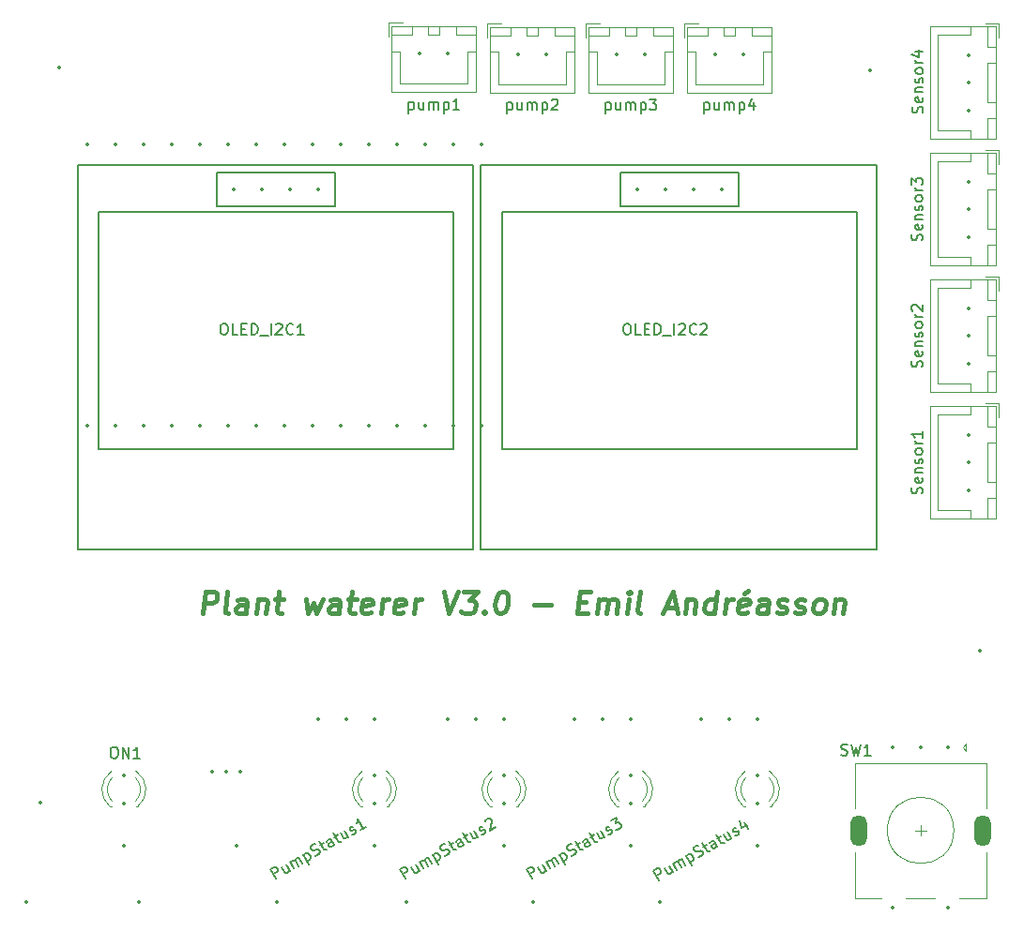
<source format=gto>
%TF.GenerationSoftware,KiCad,Pcbnew,9.0.0*%
%TF.CreationDate,2025-06-12T21:42:43+02:00*%
%TF.ProjectId,plant_watner_V3.0,706c616e-745f-4776-9174-6e65725f5633,rev?*%
%TF.SameCoordinates,Original*%
%TF.FileFunction,Legend,Top*%
%TF.FilePolarity,Positive*%
%FSLAX46Y46*%
G04 Gerber Fmt 4.6, Leading zero omitted, Abs format (unit mm)*
G04 Created by KiCad (PCBNEW 9.0.0) date 2025-06-12 21:42:43*
%MOMM*%
%LPD*%
G01*
G04 APERTURE LIST*
%ADD10C,0.400000*%
%ADD11C,0.150000*%
%ADD12C,0.120000*%
%ADD13C,0.350000*%
%ADD14O,1.500000X2.800000*%
G04 APERTURE END LIST*
D10*
X110455442Y-106481438D02*
X110705442Y-104481438D01*
X110705442Y-104481438D02*
X111467347Y-104481438D01*
X111467347Y-104481438D02*
X111645918Y-104576676D01*
X111645918Y-104576676D02*
X111729252Y-104671914D01*
X111729252Y-104671914D02*
X111800680Y-104862390D01*
X111800680Y-104862390D02*
X111764966Y-105148104D01*
X111764966Y-105148104D02*
X111645918Y-105338580D01*
X111645918Y-105338580D02*
X111538776Y-105433819D01*
X111538776Y-105433819D02*
X111336395Y-105529057D01*
X111336395Y-105529057D02*
X110574490Y-105529057D01*
X112741157Y-106481438D02*
X112562585Y-106386200D01*
X112562585Y-106386200D02*
X112491157Y-106195723D01*
X112491157Y-106195723D02*
X112705442Y-104481438D01*
X114360204Y-106481438D02*
X114491156Y-105433819D01*
X114491156Y-105433819D02*
X114419728Y-105243342D01*
X114419728Y-105243342D02*
X114241156Y-105148104D01*
X114241156Y-105148104D02*
X113860204Y-105148104D01*
X113860204Y-105148104D02*
X113657823Y-105243342D01*
X114372109Y-106386200D02*
X114169728Y-106481438D01*
X114169728Y-106481438D02*
X113693537Y-106481438D01*
X113693537Y-106481438D02*
X113514966Y-106386200D01*
X113514966Y-106386200D02*
X113443537Y-106195723D01*
X113443537Y-106195723D02*
X113467347Y-106005247D01*
X113467347Y-106005247D02*
X113586395Y-105814771D01*
X113586395Y-105814771D02*
X113788776Y-105719533D01*
X113788776Y-105719533D02*
X114264966Y-105719533D01*
X114264966Y-105719533D02*
X114467347Y-105624295D01*
X115479252Y-105148104D02*
X115312585Y-106481438D01*
X115455442Y-105338580D02*
X115562585Y-105243342D01*
X115562585Y-105243342D02*
X115764966Y-105148104D01*
X115764966Y-105148104D02*
X116050680Y-105148104D01*
X116050680Y-105148104D02*
X116229252Y-105243342D01*
X116229252Y-105243342D02*
X116300680Y-105433819D01*
X116300680Y-105433819D02*
X116169728Y-106481438D01*
X117003062Y-105148104D02*
X117764966Y-105148104D01*
X117372109Y-104481438D02*
X117157824Y-106195723D01*
X117157824Y-106195723D02*
X117229252Y-106386200D01*
X117229252Y-106386200D02*
X117407824Y-106481438D01*
X117407824Y-106481438D02*
X117598300Y-106481438D01*
X119764967Y-105148104D02*
X119979252Y-106481438D01*
X119979252Y-106481438D02*
X120479252Y-105529057D01*
X120479252Y-105529057D02*
X120741157Y-106481438D01*
X120741157Y-106481438D02*
X121288776Y-105148104D01*
X122741157Y-106481438D02*
X122872109Y-105433819D01*
X122872109Y-105433819D02*
X122800681Y-105243342D01*
X122800681Y-105243342D02*
X122622109Y-105148104D01*
X122622109Y-105148104D02*
X122241157Y-105148104D01*
X122241157Y-105148104D02*
X122038776Y-105243342D01*
X122753062Y-106386200D02*
X122550681Y-106481438D01*
X122550681Y-106481438D02*
X122074490Y-106481438D01*
X122074490Y-106481438D02*
X121895919Y-106386200D01*
X121895919Y-106386200D02*
X121824490Y-106195723D01*
X121824490Y-106195723D02*
X121848300Y-106005247D01*
X121848300Y-106005247D02*
X121967348Y-105814771D01*
X121967348Y-105814771D02*
X122169729Y-105719533D01*
X122169729Y-105719533D02*
X122645919Y-105719533D01*
X122645919Y-105719533D02*
X122848300Y-105624295D01*
X123574491Y-105148104D02*
X124336395Y-105148104D01*
X123943538Y-104481438D02*
X123729253Y-106195723D01*
X123729253Y-106195723D02*
X123800681Y-106386200D01*
X123800681Y-106386200D02*
X123979253Y-106481438D01*
X123979253Y-106481438D02*
X124169729Y-106481438D01*
X125610205Y-106386200D02*
X125407824Y-106481438D01*
X125407824Y-106481438D02*
X125026871Y-106481438D01*
X125026871Y-106481438D02*
X124848300Y-106386200D01*
X124848300Y-106386200D02*
X124776871Y-106195723D01*
X124776871Y-106195723D02*
X124872110Y-105433819D01*
X124872110Y-105433819D02*
X124991157Y-105243342D01*
X124991157Y-105243342D02*
X125193538Y-105148104D01*
X125193538Y-105148104D02*
X125574490Y-105148104D01*
X125574490Y-105148104D02*
X125753062Y-105243342D01*
X125753062Y-105243342D02*
X125824490Y-105433819D01*
X125824490Y-105433819D02*
X125800681Y-105624295D01*
X125800681Y-105624295D02*
X124824490Y-105814771D01*
X126550681Y-106481438D02*
X126717348Y-105148104D01*
X126669729Y-105529057D02*
X126788776Y-105338580D01*
X126788776Y-105338580D02*
X126895919Y-105243342D01*
X126895919Y-105243342D02*
X127098300Y-105148104D01*
X127098300Y-105148104D02*
X127288776Y-105148104D01*
X128562586Y-106386200D02*
X128360205Y-106481438D01*
X128360205Y-106481438D02*
X127979252Y-106481438D01*
X127979252Y-106481438D02*
X127800681Y-106386200D01*
X127800681Y-106386200D02*
X127729252Y-106195723D01*
X127729252Y-106195723D02*
X127824491Y-105433819D01*
X127824491Y-105433819D02*
X127943538Y-105243342D01*
X127943538Y-105243342D02*
X128145919Y-105148104D01*
X128145919Y-105148104D02*
X128526871Y-105148104D01*
X128526871Y-105148104D02*
X128705443Y-105243342D01*
X128705443Y-105243342D02*
X128776871Y-105433819D01*
X128776871Y-105433819D02*
X128753062Y-105624295D01*
X128753062Y-105624295D02*
X127776871Y-105814771D01*
X129503062Y-106481438D02*
X129669729Y-105148104D01*
X129622110Y-105529057D02*
X129741157Y-105338580D01*
X129741157Y-105338580D02*
X129848300Y-105243342D01*
X129848300Y-105243342D02*
X130050681Y-105148104D01*
X130050681Y-105148104D02*
X130241157Y-105148104D01*
X132229253Y-104481438D02*
X132645920Y-106481438D01*
X132645920Y-106481438D02*
X133562586Y-104481438D01*
X134038777Y-104481438D02*
X135276872Y-104481438D01*
X135276872Y-104481438D02*
X134514968Y-105243342D01*
X134514968Y-105243342D02*
X134800682Y-105243342D01*
X134800682Y-105243342D02*
X134979253Y-105338580D01*
X134979253Y-105338580D02*
X135062587Y-105433819D01*
X135062587Y-105433819D02*
X135134015Y-105624295D01*
X135134015Y-105624295D02*
X135074491Y-106100485D01*
X135074491Y-106100485D02*
X134955444Y-106290961D01*
X134955444Y-106290961D02*
X134848301Y-106386200D01*
X134848301Y-106386200D02*
X134645920Y-106481438D01*
X134645920Y-106481438D02*
X134074491Y-106481438D01*
X134074491Y-106481438D02*
X133895920Y-106386200D01*
X133895920Y-106386200D02*
X133812587Y-106290961D01*
X135907825Y-106290961D02*
X135991158Y-106386200D01*
X135991158Y-106386200D02*
X135884015Y-106481438D01*
X135884015Y-106481438D02*
X135800682Y-106386200D01*
X135800682Y-106386200D02*
X135907825Y-106290961D01*
X135907825Y-106290961D02*
X135884015Y-106481438D01*
X137467349Y-104481438D02*
X137657825Y-104481438D01*
X137657825Y-104481438D02*
X137836396Y-104576676D01*
X137836396Y-104576676D02*
X137919730Y-104671914D01*
X137919730Y-104671914D02*
X137991158Y-104862390D01*
X137991158Y-104862390D02*
X138038777Y-105243342D01*
X138038777Y-105243342D02*
X137979253Y-105719533D01*
X137979253Y-105719533D02*
X137836396Y-106100485D01*
X137836396Y-106100485D02*
X137717349Y-106290961D01*
X137717349Y-106290961D02*
X137610206Y-106386200D01*
X137610206Y-106386200D02*
X137407825Y-106481438D01*
X137407825Y-106481438D02*
X137217349Y-106481438D01*
X137217349Y-106481438D02*
X137038777Y-106386200D01*
X137038777Y-106386200D02*
X136955444Y-106290961D01*
X136955444Y-106290961D02*
X136884015Y-106100485D01*
X136884015Y-106100485D02*
X136836396Y-105719533D01*
X136836396Y-105719533D02*
X136895920Y-105243342D01*
X136895920Y-105243342D02*
X137038777Y-104862390D01*
X137038777Y-104862390D02*
X137157825Y-104671914D01*
X137157825Y-104671914D02*
X137264968Y-104576676D01*
X137264968Y-104576676D02*
X137467349Y-104481438D01*
X140360206Y-105719533D02*
X141884016Y-105719533D01*
X144395921Y-105433819D02*
X145062587Y-105433819D01*
X145217349Y-106481438D02*
X144264968Y-106481438D01*
X144264968Y-106481438D02*
X144514968Y-104481438D01*
X144514968Y-104481438D02*
X145467349Y-104481438D01*
X146074492Y-106481438D02*
X146241159Y-105148104D01*
X146217349Y-105338580D02*
X146324492Y-105243342D01*
X146324492Y-105243342D02*
X146526873Y-105148104D01*
X146526873Y-105148104D02*
X146812587Y-105148104D01*
X146812587Y-105148104D02*
X146991159Y-105243342D01*
X146991159Y-105243342D02*
X147062587Y-105433819D01*
X147062587Y-105433819D02*
X146931635Y-106481438D01*
X147062587Y-105433819D02*
X147181635Y-105243342D01*
X147181635Y-105243342D02*
X147384016Y-105148104D01*
X147384016Y-105148104D02*
X147669730Y-105148104D01*
X147669730Y-105148104D02*
X147848302Y-105243342D01*
X147848302Y-105243342D02*
X147919730Y-105433819D01*
X147919730Y-105433819D02*
X147788778Y-106481438D01*
X148741159Y-106481438D02*
X148907826Y-105148104D01*
X148991159Y-104481438D02*
X148884016Y-104576676D01*
X148884016Y-104576676D02*
X148967350Y-104671914D01*
X148967350Y-104671914D02*
X149074493Y-104576676D01*
X149074493Y-104576676D02*
X148991159Y-104481438D01*
X148991159Y-104481438D02*
X148967350Y-104671914D01*
X149979255Y-106481438D02*
X149800683Y-106386200D01*
X149800683Y-106386200D02*
X149729255Y-106195723D01*
X149729255Y-106195723D02*
X149943540Y-104481438D01*
X152241160Y-105910009D02*
X153193541Y-105910009D01*
X151979255Y-106481438D02*
X152895922Y-104481438D01*
X152895922Y-104481438D02*
X153312588Y-106481438D01*
X154145922Y-105148104D02*
X153979255Y-106481438D01*
X154122112Y-105338580D02*
X154229255Y-105243342D01*
X154229255Y-105243342D02*
X154431636Y-105148104D01*
X154431636Y-105148104D02*
X154717350Y-105148104D01*
X154717350Y-105148104D02*
X154895922Y-105243342D01*
X154895922Y-105243342D02*
X154967350Y-105433819D01*
X154967350Y-105433819D02*
X154836398Y-106481438D01*
X156645922Y-106481438D02*
X156895922Y-104481438D01*
X156657827Y-106386200D02*
X156455446Y-106481438D01*
X156455446Y-106481438D02*
X156074494Y-106481438D01*
X156074494Y-106481438D02*
X155895922Y-106386200D01*
X155895922Y-106386200D02*
X155812589Y-106290961D01*
X155812589Y-106290961D02*
X155741160Y-106100485D01*
X155741160Y-106100485D02*
X155812589Y-105529057D01*
X155812589Y-105529057D02*
X155931636Y-105338580D01*
X155931636Y-105338580D02*
X156038779Y-105243342D01*
X156038779Y-105243342D02*
X156241160Y-105148104D01*
X156241160Y-105148104D02*
X156622113Y-105148104D01*
X156622113Y-105148104D02*
X156800684Y-105243342D01*
X157598303Y-106481438D02*
X157764970Y-105148104D01*
X157717351Y-105529057D02*
X157836398Y-105338580D01*
X157836398Y-105338580D02*
X157943541Y-105243342D01*
X157943541Y-105243342D02*
X158145922Y-105148104D01*
X158145922Y-105148104D02*
X158336398Y-105148104D01*
X159610208Y-106386200D02*
X159407827Y-106481438D01*
X159407827Y-106481438D02*
X159026874Y-106481438D01*
X159026874Y-106481438D02*
X158848303Y-106386200D01*
X158848303Y-106386200D02*
X158776874Y-106195723D01*
X158776874Y-106195723D02*
X158872113Y-105433819D01*
X158872113Y-105433819D02*
X158991160Y-105243342D01*
X158991160Y-105243342D02*
X159193541Y-105148104D01*
X159193541Y-105148104D02*
X159574493Y-105148104D01*
X159574493Y-105148104D02*
X159753065Y-105243342D01*
X159753065Y-105243342D02*
X159824493Y-105433819D01*
X159824493Y-105433819D02*
X159800684Y-105624295D01*
X159800684Y-105624295D02*
X158824493Y-105814771D01*
X159669732Y-104386200D02*
X159348303Y-104671914D01*
X161407827Y-106481438D02*
X161538779Y-105433819D01*
X161538779Y-105433819D02*
X161467351Y-105243342D01*
X161467351Y-105243342D02*
X161288779Y-105148104D01*
X161288779Y-105148104D02*
X160907827Y-105148104D01*
X160907827Y-105148104D02*
X160705446Y-105243342D01*
X161419732Y-106386200D02*
X161217351Y-106481438D01*
X161217351Y-106481438D02*
X160741160Y-106481438D01*
X160741160Y-106481438D02*
X160562589Y-106386200D01*
X160562589Y-106386200D02*
X160491160Y-106195723D01*
X160491160Y-106195723D02*
X160514970Y-106005247D01*
X160514970Y-106005247D02*
X160634018Y-105814771D01*
X160634018Y-105814771D02*
X160836399Y-105719533D01*
X160836399Y-105719533D02*
X161312589Y-105719533D01*
X161312589Y-105719533D02*
X161514970Y-105624295D01*
X162276875Y-106386200D02*
X162455446Y-106481438D01*
X162455446Y-106481438D02*
X162836399Y-106481438D01*
X162836399Y-106481438D02*
X163038780Y-106386200D01*
X163038780Y-106386200D02*
X163157827Y-106195723D01*
X163157827Y-106195723D02*
X163169732Y-106100485D01*
X163169732Y-106100485D02*
X163098303Y-105910009D01*
X163098303Y-105910009D02*
X162919732Y-105814771D01*
X162919732Y-105814771D02*
X162634018Y-105814771D01*
X162634018Y-105814771D02*
X162455446Y-105719533D01*
X162455446Y-105719533D02*
X162384018Y-105529057D01*
X162384018Y-105529057D02*
X162395923Y-105433819D01*
X162395923Y-105433819D02*
X162514970Y-105243342D01*
X162514970Y-105243342D02*
X162717351Y-105148104D01*
X162717351Y-105148104D02*
X163003065Y-105148104D01*
X163003065Y-105148104D02*
X163181637Y-105243342D01*
X163895923Y-106386200D02*
X164074494Y-106481438D01*
X164074494Y-106481438D02*
X164455447Y-106481438D01*
X164455447Y-106481438D02*
X164657828Y-106386200D01*
X164657828Y-106386200D02*
X164776875Y-106195723D01*
X164776875Y-106195723D02*
X164788780Y-106100485D01*
X164788780Y-106100485D02*
X164717351Y-105910009D01*
X164717351Y-105910009D02*
X164538780Y-105814771D01*
X164538780Y-105814771D02*
X164253066Y-105814771D01*
X164253066Y-105814771D02*
X164074494Y-105719533D01*
X164074494Y-105719533D02*
X164003066Y-105529057D01*
X164003066Y-105529057D02*
X164014971Y-105433819D01*
X164014971Y-105433819D02*
X164134018Y-105243342D01*
X164134018Y-105243342D02*
X164336399Y-105148104D01*
X164336399Y-105148104D02*
X164622113Y-105148104D01*
X164622113Y-105148104D02*
X164800685Y-105243342D01*
X165884019Y-106481438D02*
X165705447Y-106386200D01*
X165705447Y-106386200D02*
X165622114Y-106290961D01*
X165622114Y-106290961D02*
X165550685Y-106100485D01*
X165550685Y-106100485D02*
X165622114Y-105529057D01*
X165622114Y-105529057D02*
X165741161Y-105338580D01*
X165741161Y-105338580D02*
X165848304Y-105243342D01*
X165848304Y-105243342D02*
X166050685Y-105148104D01*
X166050685Y-105148104D02*
X166336399Y-105148104D01*
X166336399Y-105148104D02*
X166514971Y-105243342D01*
X166514971Y-105243342D02*
X166598304Y-105338580D01*
X166598304Y-105338580D02*
X166669733Y-105529057D01*
X166669733Y-105529057D02*
X166598304Y-106100485D01*
X166598304Y-106100485D02*
X166479257Y-106290961D01*
X166479257Y-106290961D02*
X166372114Y-106386200D01*
X166372114Y-106386200D02*
X166169733Y-106481438D01*
X166169733Y-106481438D02*
X165884019Y-106481438D01*
X167574495Y-105148104D02*
X167407828Y-106481438D01*
X167550685Y-105338580D02*
X167657828Y-105243342D01*
X167657828Y-105243342D02*
X167860209Y-105148104D01*
X167860209Y-105148104D02*
X168145923Y-105148104D01*
X168145923Y-105148104D02*
X168324495Y-105243342D01*
X168324495Y-105243342D02*
X168395923Y-105433819D01*
X168395923Y-105433819D02*
X168264971Y-106481438D01*
D11*
X112317690Y-80297319D02*
X112508166Y-80297319D01*
X112508166Y-80297319D02*
X112603404Y-80344938D01*
X112603404Y-80344938D02*
X112698642Y-80440176D01*
X112698642Y-80440176D02*
X112746261Y-80630652D01*
X112746261Y-80630652D02*
X112746261Y-80963985D01*
X112746261Y-80963985D02*
X112698642Y-81154461D01*
X112698642Y-81154461D02*
X112603404Y-81249700D01*
X112603404Y-81249700D02*
X112508166Y-81297319D01*
X112508166Y-81297319D02*
X112317690Y-81297319D01*
X112317690Y-81297319D02*
X112222452Y-81249700D01*
X112222452Y-81249700D02*
X112127214Y-81154461D01*
X112127214Y-81154461D02*
X112079595Y-80963985D01*
X112079595Y-80963985D02*
X112079595Y-80630652D01*
X112079595Y-80630652D02*
X112127214Y-80440176D01*
X112127214Y-80440176D02*
X112222452Y-80344938D01*
X112222452Y-80344938D02*
X112317690Y-80297319D01*
X113651023Y-81297319D02*
X113174833Y-81297319D01*
X113174833Y-81297319D02*
X113174833Y-80297319D01*
X113984357Y-80773509D02*
X114317690Y-80773509D01*
X114460547Y-81297319D02*
X113984357Y-81297319D01*
X113984357Y-81297319D02*
X113984357Y-80297319D01*
X113984357Y-80297319D02*
X114460547Y-80297319D01*
X114889119Y-81297319D02*
X114889119Y-80297319D01*
X114889119Y-80297319D02*
X115127214Y-80297319D01*
X115127214Y-80297319D02*
X115270071Y-80344938D01*
X115270071Y-80344938D02*
X115365309Y-80440176D01*
X115365309Y-80440176D02*
X115412928Y-80535414D01*
X115412928Y-80535414D02*
X115460547Y-80725890D01*
X115460547Y-80725890D02*
X115460547Y-80868747D01*
X115460547Y-80868747D02*
X115412928Y-81059223D01*
X115412928Y-81059223D02*
X115365309Y-81154461D01*
X115365309Y-81154461D02*
X115270071Y-81249700D01*
X115270071Y-81249700D02*
X115127214Y-81297319D01*
X115127214Y-81297319D02*
X114889119Y-81297319D01*
X115651024Y-81392557D02*
X116412928Y-81392557D01*
X116651024Y-81297319D02*
X116651024Y-80297319D01*
X117079595Y-80392557D02*
X117127214Y-80344938D01*
X117127214Y-80344938D02*
X117222452Y-80297319D01*
X117222452Y-80297319D02*
X117460547Y-80297319D01*
X117460547Y-80297319D02*
X117555785Y-80344938D01*
X117555785Y-80344938D02*
X117603404Y-80392557D01*
X117603404Y-80392557D02*
X117651023Y-80487795D01*
X117651023Y-80487795D02*
X117651023Y-80583033D01*
X117651023Y-80583033D02*
X117603404Y-80725890D01*
X117603404Y-80725890D02*
X117031976Y-81297319D01*
X117031976Y-81297319D02*
X117651023Y-81297319D01*
X118651023Y-81202080D02*
X118603404Y-81249700D01*
X118603404Y-81249700D02*
X118460547Y-81297319D01*
X118460547Y-81297319D02*
X118365309Y-81297319D01*
X118365309Y-81297319D02*
X118222452Y-81249700D01*
X118222452Y-81249700D02*
X118127214Y-81154461D01*
X118127214Y-81154461D02*
X118079595Y-81059223D01*
X118079595Y-81059223D02*
X118031976Y-80868747D01*
X118031976Y-80868747D02*
X118031976Y-80725890D01*
X118031976Y-80725890D02*
X118079595Y-80535414D01*
X118079595Y-80535414D02*
X118127214Y-80440176D01*
X118127214Y-80440176D02*
X118222452Y-80344938D01*
X118222452Y-80344938D02*
X118365309Y-80297319D01*
X118365309Y-80297319D02*
X118460547Y-80297319D01*
X118460547Y-80297319D02*
X118603404Y-80344938D01*
X118603404Y-80344938D02*
X118651023Y-80392557D01*
X119603404Y-81297319D02*
X119031976Y-81297319D01*
X119317690Y-81297319D02*
X119317690Y-80297319D01*
X119317690Y-80297319D02*
X119222452Y-80440176D01*
X119222452Y-80440176D02*
X119127214Y-80535414D01*
X119127214Y-80535414D02*
X119031976Y-80583033D01*
X168084667Y-119219200D02*
X168227524Y-119266819D01*
X168227524Y-119266819D02*
X168465619Y-119266819D01*
X168465619Y-119266819D02*
X168560857Y-119219200D01*
X168560857Y-119219200D02*
X168608476Y-119171580D01*
X168608476Y-119171580D02*
X168656095Y-119076342D01*
X168656095Y-119076342D02*
X168656095Y-118981104D01*
X168656095Y-118981104D02*
X168608476Y-118885866D01*
X168608476Y-118885866D02*
X168560857Y-118838247D01*
X168560857Y-118838247D02*
X168465619Y-118790628D01*
X168465619Y-118790628D02*
X168275143Y-118743009D01*
X168275143Y-118743009D02*
X168179905Y-118695390D01*
X168179905Y-118695390D02*
X168132286Y-118647771D01*
X168132286Y-118647771D02*
X168084667Y-118552533D01*
X168084667Y-118552533D02*
X168084667Y-118457295D01*
X168084667Y-118457295D02*
X168132286Y-118362057D01*
X168132286Y-118362057D02*
X168179905Y-118314438D01*
X168179905Y-118314438D02*
X168275143Y-118266819D01*
X168275143Y-118266819D02*
X168513238Y-118266819D01*
X168513238Y-118266819D02*
X168656095Y-118314438D01*
X168989429Y-118266819D02*
X169227524Y-119266819D01*
X169227524Y-119266819D02*
X169418000Y-118552533D01*
X169418000Y-118552533D02*
X169608476Y-119266819D01*
X169608476Y-119266819D02*
X169846572Y-118266819D01*
X170751333Y-119266819D02*
X170179905Y-119266819D01*
X170465619Y-119266819D02*
X170465619Y-118266819D01*
X170465619Y-118266819D02*
X170370381Y-118409676D01*
X170370381Y-118409676D02*
X170275143Y-118504914D01*
X170275143Y-118504914D02*
X170179905Y-118552533D01*
X129076095Y-60279652D02*
X129076095Y-61279652D01*
X129076095Y-60327271D02*
X129171333Y-60279652D01*
X129171333Y-60279652D02*
X129361809Y-60279652D01*
X129361809Y-60279652D02*
X129457047Y-60327271D01*
X129457047Y-60327271D02*
X129504666Y-60374890D01*
X129504666Y-60374890D02*
X129552285Y-60470128D01*
X129552285Y-60470128D02*
X129552285Y-60755842D01*
X129552285Y-60755842D02*
X129504666Y-60851080D01*
X129504666Y-60851080D02*
X129457047Y-60898700D01*
X129457047Y-60898700D02*
X129361809Y-60946319D01*
X129361809Y-60946319D02*
X129171333Y-60946319D01*
X129171333Y-60946319D02*
X129076095Y-60898700D01*
X130409428Y-60279652D02*
X130409428Y-60946319D01*
X129980857Y-60279652D02*
X129980857Y-60803461D01*
X129980857Y-60803461D02*
X130028476Y-60898700D01*
X130028476Y-60898700D02*
X130123714Y-60946319D01*
X130123714Y-60946319D02*
X130266571Y-60946319D01*
X130266571Y-60946319D02*
X130361809Y-60898700D01*
X130361809Y-60898700D02*
X130409428Y-60851080D01*
X130885619Y-60946319D02*
X130885619Y-60279652D01*
X130885619Y-60374890D02*
X130933238Y-60327271D01*
X130933238Y-60327271D02*
X131028476Y-60279652D01*
X131028476Y-60279652D02*
X131171333Y-60279652D01*
X131171333Y-60279652D02*
X131266571Y-60327271D01*
X131266571Y-60327271D02*
X131314190Y-60422509D01*
X131314190Y-60422509D02*
X131314190Y-60946319D01*
X131314190Y-60422509D02*
X131361809Y-60327271D01*
X131361809Y-60327271D02*
X131457047Y-60279652D01*
X131457047Y-60279652D02*
X131599904Y-60279652D01*
X131599904Y-60279652D02*
X131695143Y-60327271D01*
X131695143Y-60327271D02*
X131742762Y-60422509D01*
X131742762Y-60422509D02*
X131742762Y-60946319D01*
X132218952Y-60279652D02*
X132218952Y-61279652D01*
X132218952Y-60327271D02*
X132314190Y-60279652D01*
X132314190Y-60279652D02*
X132504666Y-60279652D01*
X132504666Y-60279652D02*
X132599904Y-60327271D01*
X132599904Y-60327271D02*
X132647523Y-60374890D01*
X132647523Y-60374890D02*
X132695142Y-60470128D01*
X132695142Y-60470128D02*
X132695142Y-60755842D01*
X132695142Y-60755842D02*
X132647523Y-60851080D01*
X132647523Y-60851080D02*
X132599904Y-60898700D01*
X132599904Y-60898700D02*
X132504666Y-60946319D01*
X132504666Y-60946319D02*
X132314190Y-60946319D01*
X132314190Y-60946319D02*
X132218952Y-60898700D01*
X133647523Y-60946319D02*
X133076095Y-60946319D01*
X133361809Y-60946319D02*
X133361809Y-59946319D01*
X133361809Y-59946319D02*
X133266571Y-60089176D01*
X133266571Y-60089176D02*
X133171333Y-60184414D01*
X133171333Y-60184414D02*
X133076095Y-60232033D01*
X146856095Y-60335152D02*
X146856095Y-61335152D01*
X146856095Y-60382771D02*
X146951333Y-60335152D01*
X146951333Y-60335152D02*
X147141809Y-60335152D01*
X147141809Y-60335152D02*
X147237047Y-60382771D01*
X147237047Y-60382771D02*
X147284666Y-60430390D01*
X147284666Y-60430390D02*
X147332285Y-60525628D01*
X147332285Y-60525628D02*
X147332285Y-60811342D01*
X147332285Y-60811342D02*
X147284666Y-60906580D01*
X147284666Y-60906580D02*
X147237047Y-60954200D01*
X147237047Y-60954200D02*
X147141809Y-61001819D01*
X147141809Y-61001819D02*
X146951333Y-61001819D01*
X146951333Y-61001819D02*
X146856095Y-60954200D01*
X148189428Y-60335152D02*
X148189428Y-61001819D01*
X147760857Y-60335152D02*
X147760857Y-60858961D01*
X147760857Y-60858961D02*
X147808476Y-60954200D01*
X147808476Y-60954200D02*
X147903714Y-61001819D01*
X147903714Y-61001819D02*
X148046571Y-61001819D01*
X148046571Y-61001819D02*
X148141809Y-60954200D01*
X148141809Y-60954200D02*
X148189428Y-60906580D01*
X148665619Y-61001819D02*
X148665619Y-60335152D01*
X148665619Y-60430390D02*
X148713238Y-60382771D01*
X148713238Y-60382771D02*
X148808476Y-60335152D01*
X148808476Y-60335152D02*
X148951333Y-60335152D01*
X148951333Y-60335152D02*
X149046571Y-60382771D01*
X149046571Y-60382771D02*
X149094190Y-60478009D01*
X149094190Y-60478009D02*
X149094190Y-61001819D01*
X149094190Y-60478009D02*
X149141809Y-60382771D01*
X149141809Y-60382771D02*
X149237047Y-60335152D01*
X149237047Y-60335152D02*
X149379904Y-60335152D01*
X149379904Y-60335152D02*
X149475143Y-60382771D01*
X149475143Y-60382771D02*
X149522762Y-60478009D01*
X149522762Y-60478009D02*
X149522762Y-61001819D01*
X149998952Y-60335152D02*
X149998952Y-61335152D01*
X149998952Y-60382771D02*
X150094190Y-60335152D01*
X150094190Y-60335152D02*
X150284666Y-60335152D01*
X150284666Y-60335152D02*
X150379904Y-60382771D01*
X150379904Y-60382771D02*
X150427523Y-60430390D01*
X150427523Y-60430390D02*
X150475142Y-60525628D01*
X150475142Y-60525628D02*
X150475142Y-60811342D01*
X150475142Y-60811342D02*
X150427523Y-60906580D01*
X150427523Y-60906580D02*
X150379904Y-60954200D01*
X150379904Y-60954200D02*
X150284666Y-61001819D01*
X150284666Y-61001819D02*
X150094190Y-61001819D01*
X150094190Y-61001819D02*
X149998952Y-60954200D01*
X150808476Y-60001819D02*
X151427523Y-60001819D01*
X151427523Y-60001819D02*
X151094190Y-60382771D01*
X151094190Y-60382771D02*
X151237047Y-60382771D01*
X151237047Y-60382771D02*
X151332285Y-60430390D01*
X151332285Y-60430390D02*
X151379904Y-60478009D01*
X151379904Y-60478009D02*
X151427523Y-60573247D01*
X151427523Y-60573247D02*
X151427523Y-60811342D01*
X151427523Y-60811342D02*
X151379904Y-60906580D01*
X151379904Y-60906580D02*
X151332285Y-60954200D01*
X151332285Y-60954200D02*
X151237047Y-61001819D01*
X151237047Y-61001819D02*
X150951333Y-61001819D01*
X150951333Y-61001819D02*
X150856095Y-60954200D01*
X150856095Y-60954200D02*
X150808476Y-60906580D01*
X102409762Y-118520819D02*
X102600238Y-118520819D01*
X102600238Y-118520819D02*
X102695476Y-118568438D01*
X102695476Y-118568438D02*
X102790714Y-118663676D01*
X102790714Y-118663676D02*
X102838333Y-118854152D01*
X102838333Y-118854152D02*
X102838333Y-119187485D01*
X102838333Y-119187485D02*
X102790714Y-119377961D01*
X102790714Y-119377961D02*
X102695476Y-119473200D01*
X102695476Y-119473200D02*
X102600238Y-119520819D01*
X102600238Y-119520819D02*
X102409762Y-119520819D01*
X102409762Y-119520819D02*
X102314524Y-119473200D01*
X102314524Y-119473200D02*
X102219286Y-119377961D01*
X102219286Y-119377961D02*
X102171667Y-119187485D01*
X102171667Y-119187485D02*
X102171667Y-118854152D01*
X102171667Y-118854152D02*
X102219286Y-118663676D01*
X102219286Y-118663676D02*
X102314524Y-118568438D01*
X102314524Y-118568438D02*
X102409762Y-118520819D01*
X103266905Y-119520819D02*
X103266905Y-118520819D01*
X103266905Y-118520819D02*
X103838333Y-119520819D01*
X103838333Y-119520819D02*
X103838333Y-118520819D01*
X104838333Y-119520819D02*
X104266905Y-119520819D01*
X104552619Y-119520819D02*
X104552619Y-118520819D01*
X104552619Y-118520819D02*
X104457381Y-118663676D01*
X104457381Y-118663676D02*
X104362143Y-118758914D01*
X104362143Y-118758914D02*
X104266905Y-118806533D01*
X137966095Y-60335152D02*
X137966095Y-61335152D01*
X137966095Y-60382771D02*
X138061333Y-60335152D01*
X138061333Y-60335152D02*
X138251809Y-60335152D01*
X138251809Y-60335152D02*
X138347047Y-60382771D01*
X138347047Y-60382771D02*
X138394666Y-60430390D01*
X138394666Y-60430390D02*
X138442285Y-60525628D01*
X138442285Y-60525628D02*
X138442285Y-60811342D01*
X138442285Y-60811342D02*
X138394666Y-60906580D01*
X138394666Y-60906580D02*
X138347047Y-60954200D01*
X138347047Y-60954200D02*
X138251809Y-61001819D01*
X138251809Y-61001819D02*
X138061333Y-61001819D01*
X138061333Y-61001819D02*
X137966095Y-60954200D01*
X139299428Y-60335152D02*
X139299428Y-61001819D01*
X138870857Y-60335152D02*
X138870857Y-60858961D01*
X138870857Y-60858961D02*
X138918476Y-60954200D01*
X138918476Y-60954200D02*
X139013714Y-61001819D01*
X139013714Y-61001819D02*
X139156571Y-61001819D01*
X139156571Y-61001819D02*
X139251809Y-60954200D01*
X139251809Y-60954200D02*
X139299428Y-60906580D01*
X139775619Y-61001819D02*
X139775619Y-60335152D01*
X139775619Y-60430390D02*
X139823238Y-60382771D01*
X139823238Y-60382771D02*
X139918476Y-60335152D01*
X139918476Y-60335152D02*
X140061333Y-60335152D01*
X140061333Y-60335152D02*
X140156571Y-60382771D01*
X140156571Y-60382771D02*
X140204190Y-60478009D01*
X140204190Y-60478009D02*
X140204190Y-61001819D01*
X140204190Y-60478009D02*
X140251809Y-60382771D01*
X140251809Y-60382771D02*
X140347047Y-60335152D01*
X140347047Y-60335152D02*
X140489904Y-60335152D01*
X140489904Y-60335152D02*
X140585143Y-60382771D01*
X140585143Y-60382771D02*
X140632762Y-60478009D01*
X140632762Y-60478009D02*
X140632762Y-61001819D01*
X141108952Y-60335152D02*
X141108952Y-61335152D01*
X141108952Y-60382771D02*
X141204190Y-60335152D01*
X141204190Y-60335152D02*
X141394666Y-60335152D01*
X141394666Y-60335152D02*
X141489904Y-60382771D01*
X141489904Y-60382771D02*
X141537523Y-60430390D01*
X141537523Y-60430390D02*
X141585142Y-60525628D01*
X141585142Y-60525628D02*
X141585142Y-60811342D01*
X141585142Y-60811342D02*
X141537523Y-60906580D01*
X141537523Y-60906580D02*
X141489904Y-60954200D01*
X141489904Y-60954200D02*
X141394666Y-61001819D01*
X141394666Y-61001819D02*
X141204190Y-61001819D01*
X141204190Y-61001819D02*
X141108952Y-60954200D01*
X141966095Y-60097057D02*
X142013714Y-60049438D01*
X142013714Y-60049438D02*
X142108952Y-60001819D01*
X142108952Y-60001819D02*
X142347047Y-60001819D01*
X142347047Y-60001819D02*
X142442285Y-60049438D01*
X142442285Y-60049438D02*
X142489904Y-60097057D01*
X142489904Y-60097057D02*
X142537523Y-60192295D01*
X142537523Y-60192295D02*
X142537523Y-60287533D01*
X142537523Y-60287533D02*
X142489904Y-60430390D01*
X142489904Y-60430390D02*
X141918476Y-61001819D01*
X141918476Y-61001819D02*
X142537523Y-61001819D01*
X128773957Y-130429218D02*
X128273957Y-129563192D01*
X128273957Y-129563192D02*
X128603871Y-129372716D01*
X128603871Y-129372716D02*
X128710160Y-129366336D01*
X128710160Y-129366336D02*
X128775208Y-129383766D01*
X128775208Y-129383766D02*
X128864067Y-129442435D01*
X128864067Y-129442435D02*
X128935495Y-129566153D01*
X128935495Y-129566153D02*
X128941875Y-129672441D01*
X128941875Y-129672441D02*
X128924445Y-129737490D01*
X128924445Y-129737490D02*
X128865776Y-129826348D01*
X128865776Y-129826348D02*
X128535862Y-130016825D01*
X129677803Y-129137582D02*
X130011136Y-129714932D01*
X129306649Y-129351867D02*
X129568554Y-129805500D01*
X129568554Y-129805500D02*
X129657412Y-129864169D01*
X129657412Y-129864169D02*
X129763700Y-129857789D01*
X129763700Y-129857789D02*
X129887418Y-129786361D01*
X129887418Y-129786361D02*
X129946087Y-129697502D01*
X129946087Y-129697502D02*
X129963517Y-129632453D01*
X130423529Y-129476837D02*
X130090196Y-128899486D01*
X130137815Y-128981965D02*
X130155245Y-128916916D01*
X130155245Y-128916916D02*
X130213914Y-128828058D01*
X130213914Y-128828058D02*
X130337632Y-128756629D01*
X130337632Y-128756629D02*
X130443920Y-128750250D01*
X130443920Y-128750250D02*
X130532778Y-128808919D01*
X130532778Y-128808919D02*
X130794683Y-129262551D01*
X130532778Y-128808919D02*
X130526399Y-128702631D01*
X130526399Y-128702631D02*
X130585068Y-128613772D01*
X130585068Y-128613772D02*
X130708786Y-128542344D01*
X130708786Y-128542344D02*
X130815074Y-128535964D01*
X130815074Y-128535964D02*
X130903932Y-128594633D01*
X130903932Y-128594633D02*
X131165837Y-129048265D01*
X131244896Y-128232820D02*
X131744896Y-129098845D01*
X131268706Y-128274059D02*
X131327375Y-128185201D01*
X131327375Y-128185201D02*
X131492332Y-128089963D01*
X131492332Y-128089963D02*
X131598620Y-128083583D01*
X131598620Y-128083583D02*
X131663669Y-128101013D01*
X131663669Y-128101013D02*
X131752527Y-128159682D01*
X131752527Y-128159682D02*
X131895385Y-128407118D01*
X131895385Y-128407118D02*
X131901764Y-128513406D01*
X131901764Y-128513406D02*
X131884335Y-128578455D01*
X131884335Y-128578455D02*
X131825665Y-128667313D01*
X131825665Y-128667313D02*
X131660708Y-128762551D01*
X131660708Y-128762551D02*
X131554420Y-128768931D01*
X132296728Y-128340359D02*
X132444255Y-128310170D01*
X132444255Y-128310170D02*
X132650452Y-128191123D01*
X132650452Y-128191123D02*
X132709121Y-128102264D01*
X132709121Y-128102264D02*
X132726550Y-128037215D01*
X132726550Y-128037215D02*
X132720171Y-127930927D01*
X132720171Y-127930927D02*
X132672552Y-127848449D01*
X132672552Y-127848449D02*
X132583693Y-127789780D01*
X132583693Y-127789780D02*
X132518644Y-127772350D01*
X132518644Y-127772350D02*
X132412356Y-127778730D01*
X132412356Y-127778730D02*
X132223590Y-127832728D01*
X132223590Y-127832728D02*
X132117301Y-127839108D01*
X132117301Y-127839108D02*
X132052253Y-127821678D01*
X132052253Y-127821678D02*
X131963394Y-127763009D01*
X131963394Y-127763009D02*
X131915775Y-127680531D01*
X131915775Y-127680531D02*
X131909396Y-127574242D01*
X131909396Y-127574242D02*
X131926825Y-127509194D01*
X131926825Y-127509194D02*
X131985494Y-127420335D01*
X131985494Y-127420335D02*
X132191691Y-127301288D01*
X132191691Y-127301288D02*
X132339218Y-127271098D01*
X132729511Y-127375677D02*
X133059426Y-127185201D01*
X132686563Y-127015573D02*
X133115134Y-127757881D01*
X133115134Y-127757881D02*
X133203992Y-127816550D01*
X133203992Y-127816550D02*
X133310281Y-127810170D01*
X133310281Y-127810170D02*
X133392759Y-127762551D01*
X134052588Y-127381599D02*
X133790684Y-126927966D01*
X133790684Y-126927966D02*
X133701825Y-126869297D01*
X133701825Y-126869297D02*
X133595537Y-126875677D01*
X133595537Y-126875677D02*
X133430580Y-126970915D01*
X133430580Y-126970915D02*
X133371911Y-127059773D01*
X134028779Y-127340359D02*
X133970110Y-127429218D01*
X133970110Y-127429218D02*
X133763913Y-127548265D01*
X133763913Y-127548265D02*
X133657625Y-127554645D01*
X133657625Y-127554645D02*
X133568767Y-127495976D01*
X133568767Y-127495976D02*
X133521148Y-127413497D01*
X133521148Y-127413497D02*
X133514768Y-127307209D01*
X133514768Y-127307209D02*
X133573437Y-127218351D01*
X133573437Y-127218351D02*
X133779634Y-127099303D01*
X133779634Y-127099303D02*
X133838303Y-127010445D01*
X134007930Y-126637582D02*
X134337845Y-126447105D01*
X133964982Y-126277478D02*
X134393553Y-127019785D01*
X134393553Y-127019785D02*
X134482411Y-127078454D01*
X134482411Y-127078454D02*
X134588699Y-127072075D01*
X134588699Y-127072075D02*
X134671178Y-127024456D01*
X134997674Y-126066153D02*
X135331007Y-126643503D01*
X134626520Y-126280438D02*
X134888425Y-126734071D01*
X134888425Y-126734071D02*
X134977283Y-126792740D01*
X134977283Y-126792740D02*
X135083571Y-126786360D01*
X135083571Y-126786360D02*
X135207289Y-126714932D01*
X135207289Y-126714932D02*
X135265958Y-126626073D01*
X135265958Y-126626073D02*
X135283388Y-126561024D01*
X135678352Y-126387978D02*
X135784640Y-126381598D01*
X135784640Y-126381598D02*
X135949597Y-126286360D01*
X135949597Y-126286360D02*
X136008266Y-126197502D01*
X136008266Y-126197502D02*
X136001886Y-126091214D01*
X136001886Y-126091214D02*
X135978077Y-126049974D01*
X135978077Y-126049974D02*
X135889218Y-125991305D01*
X135889218Y-125991305D02*
X135782930Y-125997685D01*
X135782930Y-125997685D02*
X135659212Y-126069114D01*
X135659212Y-126069114D02*
X135552924Y-126075493D01*
X135552924Y-126075493D02*
X135464066Y-126016824D01*
X135464066Y-126016824D02*
X135440256Y-125975585D01*
X135440256Y-125975585D02*
X135433877Y-125869297D01*
X135433877Y-125869297D02*
X135492546Y-125780438D01*
X135492546Y-125780438D02*
X135616264Y-125709010D01*
X135616264Y-125709010D02*
X135722552Y-125702630D01*
X135950849Y-125240908D02*
X135968278Y-125175860D01*
X135968278Y-125175860D02*
X136026947Y-125087001D01*
X136026947Y-125087001D02*
X136233144Y-124967954D01*
X136233144Y-124967954D02*
X136339432Y-124961574D01*
X136339432Y-124961574D02*
X136404481Y-124979004D01*
X136404481Y-124979004D02*
X136493339Y-125037673D01*
X136493339Y-125037673D02*
X136540958Y-125120151D01*
X136540958Y-125120151D02*
X136571148Y-125267679D01*
X136571148Y-125267679D02*
X136361990Y-126048265D01*
X136361990Y-126048265D02*
X136898101Y-125738741D01*
X140203957Y-130429218D02*
X139703957Y-129563192D01*
X139703957Y-129563192D02*
X140033871Y-129372716D01*
X140033871Y-129372716D02*
X140140160Y-129366336D01*
X140140160Y-129366336D02*
X140205208Y-129383766D01*
X140205208Y-129383766D02*
X140294067Y-129442435D01*
X140294067Y-129442435D02*
X140365495Y-129566153D01*
X140365495Y-129566153D02*
X140371875Y-129672441D01*
X140371875Y-129672441D02*
X140354445Y-129737490D01*
X140354445Y-129737490D02*
X140295776Y-129826348D01*
X140295776Y-129826348D02*
X139965862Y-130016825D01*
X141107803Y-129137582D02*
X141441136Y-129714932D01*
X140736649Y-129351867D02*
X140998554Y-129805500D01*
X140998554Y-129805500D02*
X141087412Y-129864169D01*
X141087412Y-129864169D02*
X141193700Y-129857789D01*
X141193700Y-129857789D02*
X141317418Y-129786361D01*
X141317418Y-129786361D02*
X141376087Y-129697502D01*
X141376087Y-129697502D02*
X141393517Y-129632453D01*
X141853529Y-129476837D02*
X141520196Y-128899486D01*
X141567815Y-128981965D02*
X141585245Y-128916916D01*
X141585245Y-128916916D02*
X141643914Y-128828058D01*
X141643914Y-128828058D02*
X141767632Y-128756629D01*
X141767632Y-128756629D02*
X141873920Y-128750250D01*
X141873920Y-128750250D02*
X141962778Y-128808919D01*
X141962778Y-128808919D02*
X142224683Y-129262551D01*
X141962778Y-128808919D02*
X141956399Y-128702631D01*
X141956399Y-128702631D02*
X142015068Y-128613772D01*
X142015068Y-128613772D02*
X142138786Y-128542344D01*
X142138786Y-128542344D02*
X142245074Y-128535964D01*
X142245074Y-128535964D02*
X142333932Y-128594633D01*
X142333932Y-128594633D02*
X142595837Y-129048265D01*
X142674896Y-128232820D02*
X143174896Y-129098845D01*
X142698706Y-128274059D02*
X142757375Y-128185201D01*
X142757375Y-128185201D02*
X142922332Y-128089963D01*
X142922332Y-128089963D02*
X143028620Y-128083583D01*
X143028620Y-128083583D02*
X143093669Y-128101013D01*
X143093669Y-128101013D02*
X143182527Y-128159682D01*
X143182527Y-128159682D02*
X143325385Y-128407118D01*
X143325385Y-128407118D02*
X143331764Y-128513406D01*
X143331764Y-128513406D02*
X143314335Y-128578455D01*
X143314335Y-128578455D02*
X143255665Y-128667313D01*
X143255665Y-128667313D02*
X143090708Y-128762551D01*
X143090708Y-128762551D02*
X142984420Y-128768931D01*
X143726728Y-128340359D02*
X143874255Y-128310170D01*
X143874255Y-128310170D02*
X144080452Y-128191123D01*
X144080452Y-128191123D02*
X144139121Y-128102264D01*
X144139121Y-128102264D02*
X144156550Y-128037215D01*
X144156550Y-128037215D02*
X144150171Y-127930927D01*
X144150171Y-127930927D02*
X144102552Y-127848449D01*
X144102552Y-127848449D02*
X144013693Y-127789780D01*
X144013693Y-127789780D02*
X143948644Y-127772350D01*
X143948644Y-127772350D02*
X143842356Y-127778730D01*
X143842356Y-127778730D02*
X143653590Y-127832728D01*
X143653590Y-127832728D02*
X143547301Y-127839108D01*
X143547301Y-127839108D02*
X143482253Y-127821678D01*
X143482253Y-127821678D02*
X143393394Y-127763009D01*
X143393394Y-127763009D02*
X143345775Y-127680531D01*
X143345775Y-127680531D02*
X143339396Y-127574242D01*
X143339396Y-127574242D02*
X143356825Y-127509194D01*
X143356825Y-127509194D02*
X143415494Y-127420335D01*
X143415494Y-127420335D02*
X143621691Y-127301288D01*
X143621691Y-127301288D02*
X143769218Y-127271098D01*
X144159511Y-127375677D02*
X144489426Y-127185201D01*
X144116563Y-127015573D02*
X144545134Y-127757881D01*
X144545134Y-127757881D02*
X144633992Y-127816550D01*
X144633992Y-127816550D02*
X144740281Y-127810170D01*
X144740281Y-127810170D02*
X144822759Y-127762551D01*
X145482588Y-127381599D02*
X145220684Y-126927966D01*
X145220684Y-126927966D02*
X145131825Y-126869297D01*
X145131825Y-126869297D02*
X145025537Y-126875677D01*
X145025537Y-126875677D02*
X144860580Y-126970915D01*
X144860580Y-126970915D02*
X144801911Y-127059773D01*
X145458779Y-127340359D02*
X145400110Y-127429218D01*
X145400110Y-127429218D02*
X145193913Y-127548265D01*
X145193913Y-127548265D02*
X145087625Y-127554645D01*
X145087625Y-127554645D02*
X144998767Y-127495976D01*
X144998767Y-127495976D02*
X144951148Y-127413497D01*
X144951148Y-127413497D02*
X144944768Y-127307209D01*
X144944768Y-127307209D02*
X145003437Y-127218351D01*
X145003437Y-127218351D02*
X145209634Y-127099303D01*
X145209634Y-127099303D02*
X145268303Y-127010445D01*
X145437930Y-126637582D02*
X145767845Y-126447105D01*
X145394982Y-126277478D02*
X145823553Y-127019785D01*
X145823553Y-127019785D02*
X145912411Y-127078454D01*
X145912411Y-127078454D02*
X146018699Y-127072075D01*
X146018699Y-127072075D02*
X146101178Y-127024456D01*
X146427674Y-126066153D02*
X146761007Y-126643503D01*
X146056520Y-126280438D02*
X146318425Y-126734071D01*
X146318425Y-126734071D02*
X146407283Y-126792740D01*
X146407283Y-126792740D02*
X146513571Y-126786360D01*
X146513571Y-126786360D02*
X146637289Y-126714932D01*
X146637289Y-126714932D02*
X146695958Y-126626073D01*
X146695958Y-126626073D02*
X146713388Y-126561024D01*
X147108352Y-126387978D02*
X147214640Y-126381598D01*
X147214640Y-126381598D02*
X147379597Y-126286360D01*
X147379597Y-126286360D02*
X147438266Y-126197502D01*
X147438266Y-126197502D02*
X147431886Y-126091214D01*
X147431886Y-126091214D02*
X147408077Y-126049974D01*
X147408077Y-126049974D02*
X147319218Y-125991305D01*
X147319218Y-125991305D02*
X147212930Y-125997685D01*
X147212930Y-125997685D02*
X147089212Y-126069114D01*
X147089212Y-126069114D02*
X146982924Y-126075493D01*
X146982924Y-126075493D02*
X146894066Y-126016824D01*
X146894066Y-126016824D02*
X146870256Y-125975585D01*
X146870256Y-125975585D02*
X146863877Y-125869297D01*
X146863877Y-125869297D02*
X146922546Y-125780438D01*
X146922546Y-125780438D02*
X147046264Y-125709010D01*
X147046264Y-125709010D02*
X147152552Y-125702630D01*
X147291990Y-125182239D02*
X147828101Y-124872716D01*
X147828101Y-124872716D02*
X147729902Y-125369297D01*
X147729902Y-125369297D02*
X147853620Y-125297868D01*
X147853620Y-125297868D02*
X147959908Y-125291488D01*
X147959908Y-125291488D02*
X148024957Y-125308918D01*
X148024957Y-125308918D02*
X148113815Y-125367587D01*
X148113815Y-125367587D02*
X148232863Y-125573784D01*
X148232863Y-125573784D02*
X148239243Y-125680072D01*
X148239243Y-125680072D02*
X148221813Y-125745121D01*
X148221813Y-125745121D02*
X148163144Y-125833979D01*
X148163144Y-125833979D02*
X147915708Y-125976836D01*
X147915708Y-125976836D02*
X147809420Y-125983216D01*
X147809420Y-125983216D02*
X147744371Y-125965786D01*
X117089959Y-130429218D02*
X116589959Y-129563192D01*
X116589959Y-129563192D02*
X116919873Y-129372716D01*
X116919873Y-129372716D02*
X117026162Y-129366336D01*
X117026162Y-129366336D02*
X117091210Y-129383766D01*
X117091210Y-129383766D02*
X117180069Y-129442435D01*
X117180069Y-129442435D02*
X117251497Y-129566153D01*
X117251497Y-129566153D02*
X117257877Y-129672441D01*
X117257877Y-129672441D02*
X117240447Y-129737490D01*
X117240447Y-129737490D02*
X117181778Y-129826348D01*
X117181778Y-129826348D02*
X116851864Y-130016825D01*
X117993805Y-129137582D02*
X118327138Y-129714932D01*
X117622651Y-129351867D02*
X117884556Y-129805500D01*
X117884556Y-129805500D02*
X117973414Y-129864169D01*
X117973414Y-129864169D02*
X118079702Y-129857789D01*
X118079702Y-129857789D02*
X118203420Y-129786361D01*
X118203420Y-129786361D02*
X118262089Y-129697502D01*
X118262089Y-129697502D02*
X118279519Y-129632453D01*
X118739531Y-129476837D02*
X118406198Y-128899486D01*
X118453817Y-128981965D02*
X118471247Y-128916916D01*
X118471247Y-128916916D02*
X118529916Y-128828058D01*
X118529916Y-128828058D02*
X118653634Y-128756629D01*
X118653634Y-128756629D02*
X118759922Y-128750250D01*
X118759922Y-128750250D02*
X118848780Y-128808919D01*
X118848780Y-128808919D02*
X119110685Y-129262551D01*
X118848780Y-128808919D02*
X118842401Y-128702631D01*
X118842401Y-128702631D02*
X118901070Y-128613772D01*
X118901070Y-128613772D02*
X119024788Y-128542344D01*
X119024788Y-128542344D02*
X119131076Y-128535964D01*
X119131076Y-128535964D02*
X119219934Y-128594633D01*
X119219934Y-128594633D02*
X119481839Y-129048265D01*
X119560898Y-128232820D02*
X120060898Y-129098845D01*
X119584708Y-128274059D02*
X119643377Y-128185201D01*
X119643377Y-128185201D02*
X119808334Y-128089963D01*
X119808334Y-128089963D02*
X119914622Y-128083583D01*
X119914622Y-128083583D02*
X119979671Y-128101013D01*
X119979671Y-128101013D02*
X120068529Y-128159682D01*
X120068529Y-128159682D02*
X120211387Y-128407118D01*
X120211387Y-128407118D02*
X120217766Y-128513406D01*
X120217766Y-128513406D02*
X120200337Y-128578455D01*
X120200337Y-128578455D02*
X120141667Y-128667313D01*
X120141667Y-128667313D02*
X119976710Y-128762551D01*
X119976710Y-128762551D02*
X119870422Y-128768931D01*
X120612730Y-128340359D02*
X120760257Y-128310170D01*
X120760257Y-128310170D02*
X120966454Y-128191123D01*
X120966454Y-128191123D02*
X121025123Y-128102264D01*
X121025123Y-128102264D02*
X121042552Y-128037215D01*
X121042552Y-128037215D02*
X121036173Y-127930927D01*
X121036173Y-127930927D02*
X120988554Y-127848449D01*
X120988554Y-127848449D02*
X120899695Y-127789780D01*
X120899695Y-127789780D02*
X120834646Y-127772350D01*
X120834646Y-127772350D02*
X120728358Y-127778730D01*
X120728358Y-127778730D02*
X120539592Y-127832728D01*
X120539592Y-127832728D02*
X120433303Y-127839108D01*
X120433303Y-127839108D02*
X120368255Y-127821678D01*
X120368255Y-127821678D02*
X120279396Y-127763009D01*
X120279396Y-127763009D02*
X120231777Y-127680531D01*
X120231777Y-127680531D02*
X120225398Y-127574242D01*
X120225398Y-127574242D02*
X120242827Y-127509194D01*
X120242827Y-127509194D02*
X120301496Y-127420335D01*
X120301496Y-127420335D02*
X120507693Y-127301288D01*
X120507693Y-127301288D02*
X120655220Y-127271098D01*
X121045513Y-127375677D02*
X121375428Y-127185201D01*
X121002565Y-127015573D02*
X121431136Y-127757881D01*
X121431136Y-127757881D02*
X121519994Y-127816550D01*
X121519994Y-127816550D02*
X121626283Y-127810170D01*
X121626283Y-127810170D02*
X121708761Y-127762551D01*
X122368590Y-127381599D02*
X122106686Y-126927966D01*
X122106686Y-126927966D02*
X122017827Y-126869297D01*
X122017827Y-126869297D02*
X121911539Y-126875677D01*
X121911539Y-126875677D02*
X121746582Y-126970915D01*
X121746582Y-126970915D02*
X121687913Y-127059773D01*
X122344781Y-127340359D02*
X122286112Y-127429218D01*
X122286112Y-127429218D02*
X122079915Y-127548265D01*
X122079915Y-127548265D02*
X121973627Y-127554645D01*
X121973627Y-127554645D02*
X121884769Y-127495976D01*
X121884769Y-127495976D02*
X121837150Y-127413497D01*
X121837150Y-127413497D02*
X121830770Y-127307209D01*
X121830770Y-127307209D02*
X121889439Y-127218351D01*
X121889439Y-127218351D02*
X122095636Y-127099303D01*
X122095636Y-127099303D02*
X122154305Y-127010445D01*
X122323932Y-126637582D02*
X122653847Y-126447105D01*
X122280984Y-126277478D02*
X122709555Y-127019785D01*
X122709555Y-127019785D02*
X122798413Y-127078454D01*
X122798413Y-127078454D02*
X122904701Y-127072075D01*
X122904701Y-127072075D02*
X122987180Y-127024456D01*
X123313676Y-126066153D02*
X123647009Y-126643503D01*
X122942522Y-126280438D02*
X123204427Y-126734071D01*
X123204427Y-126734071D02*
X123293285Y-126792740D01*
X123293285Y-126792740D02*
X123399573Y-126786360D01*
X123399573Y-126786360D02*
X123523291Y-126714932D01*
X123523291Y-126714932D02*
X123581960Y-126626073D01*
X123581960Y-126626073D02*
X123599390Y-126561024D01*
X123994354Y-126387978D02*
X124100642Y-126381598D01*
X124100642Y-126381598D02*
X124265599Y-126286360D01*
X124265599Y-126286360D02*
X124324268Y-126197502D01*
X124324268Y-126197502D02*
X124317888Y-126091214D01*
X124317888Y-126091214D02*
X124294079Y-126049974D01*
X124294079Y-126049974D02*
X124205220Y-125991305D01*
X124205220Y-125991305D02*
X124098932Y-125997685D01*
X124098932Y-125997685D02*
X123975214Y-126069114D01*
X123975214Y-126069114D02*
X123868926Y-126075493D01*
X123868926Y-126075493D02*
X123780068Y-126016824D01*
X123780068Y-126016824D02*
X123756258Y-125975585D01*
X123756258Y-125975585D02*
X123749879Y-125869297D01*
X123749879Y-125869297D02*
X123808548Y-125780438D01*
X123808548Y-125780438D02*
X123932266Y-125709010D01*
X123932266Y-125709010D02*
X124038554Y-125702630D01*
X125214103Y-125738741D02*
X124719231Y-126024455D01*
X124966667Y-125881598D02*
X124466667Y-125015573D01*
X124466667Y-125015573D02*
X124455617Y-125186910D01*
X124455617Y-125186910D02*
X124420758Y-125317007D01*
X124420758Y-125317007D02*
X124362089Y-125405866D01*
X175385200Y-84196523D02*
X175432819Y-84053666D01*
X175432819Y-84053666D02*
X175432819Y-83815571D01*
X175432819Y-83815571D02*
X175385200Y-83720333D01*
X175385200Y-83720333D02*
X175337580Y-83672714D01*
X175337580Y-83672714D02*
X175242342Y-83625095D01*
X175242342Y-83625095D02*
X175147104Y-83625095D01*
X175147104Y-83625095D02*
X175051866Y-83672714D01*
X175051866Y-83672714D02*
X175004247Y-83720333D01*
X175004247Y-83720333D02*
X174956628Y-83815571D01*
X174956628Y-83815571D02*
X174909009Y-84006047D01*
X174909009Y-84006047D02*
X174861390Y-84101285D01*
X174861390Y-84101285D02*
X174813771Y-84148904D01*
X174813771Y-84148904D02*
X174718533Y-84196523D01*
X174718533Y-84196523D02*
X174623295Y-84196523D01*
X174623295Y-84196523D02*
X174528057Y-84148904D01*
X174528057Y-84148904D02*
X174480438Y-84101285D01*
X174480438Y-84101285D02*
X174432819Y-84006047D01*
X174432819Y-84006047D02*
X174432819Y-83767952D01*
X174432819Y-83767952D02*
X174480438Y-83625095D01*
X175385200Y-82815571D02*
X175432819Y-82910809D01*
X175432819Y-82910809D02*
X175432819Y-83101285D01*
X175432819Y-83101285D02*
X175385200Y-83196523D01*
X175385200Y-83196523D02*
X175289961Y-83244142D01*
X175289961Y-83244142D02*
X174909009Y-83244142D01*
X174909009Y-83244142D02*
X174813771Y-83196523D01*
X174813771Y-83196523D02*
X174766152Y-83101285D01*
X174766152Y-83101285D02*
X174766152Y-82910809D01*
X174766152Y-82910809D02*
X174813771Y-82815571D01*
X174813771Y-82815571D02*
X174909009Y-82767952D01*
X174909009Y-82767952D02*
X175004247Y-82767952D01*
X175004247Y-82767952D02*
X175099485Y-83244142D01*
X174766152Y-82339380D02*
X175432819Y-82339380D01*
X174861390Y-82339380D02*
X174813771Y-82291761D01*
X174813771Y-82291761D02*
X174766152Y-82196523D01*
X174766152Y-82196523D02*
X174766152Y-82053666D01*
X174766152Y-82053666D02*
X174813771Y-81958428D01*
X174813771Y-81958428D02*
X174909009Y-81910809D01*
X174909009Y-81910809D02*
X175432819Y-81910809D01*
X175385200Y-81482237D02*
X175432819Y-81386999D01*
X175432819Y-81386999D02*
X175432819Y-81196523D01*
X175432819Y-81196523D02*
X175385200Y-81101285D01*
X175385200Y-81101285D02*
X175289961Y-81053666D01*
X175289961Y-81053666D02*
X175242342Y-81053666D01*
X175242342Y-81053666D02*
X175147104Y-81101285D01*
X175147104Y-81101285D02*
X175099485Y-81196523D01*
X175099485Y-81196523D02*
X175099485Y-81339380D01*
X175099485Y-81339380D02*
X175051866Y-81434618D01*
X175051866Y-81434618D02*
X174956628Y-81482237D01*
X174956628Y-81482237D02*
X174909009Y-81482237D01*
X174909009Y-81482237D02*
X174813771Y-81434618D01*
X174813771Y-81434618D02*
X174766152Y-81339380D01*
X174766152Y-81339380D02*
X174766152Y-81196523D01*
X174766152Y-81196523D02*
X174813771Y-81101285D01*
X175432819Y-80482237D02*
X175385200Y-80577475D01*
X175385200Y-80577475D02*
X175337580Y-80625094D01*
X175337580Y-80625094D02*
X175242342Y-80672713D01*
X175242342Y-80672713D02*
X174956628Y-80672713D01*
X174956628Y-80672713D02*
X174861390Y-80625094D01*
X174861390Y-80625094D02*
X174813771Y-80577475D01*
X174813771Y-80577475D02*
X174766152Y-80482237D01*
X174766152Y-80482237D02*
X174766152Y-80339380D01*
X174766152Y-80339380D02*
X174813771Y-80244142D01*
X174813771Y-80244142D02*
X174861390Y-80196523D01*
X174861390Y-80196523D02*
X174956628Y-80148904D01*
X174956628Y-80148904D02*
X175242342Y-80148904D01*
X175242342Y-80148904D02*
X175337580Y-80196523D01*
X175337580Y-80196523D02*
X175385200Y-80244142D01*
X175385200Y-80244142D02*
X175432819Y-80339380D01*
X175432819Y-80339380D02*
X175432819Y-80482237D01*
X175432819Y-79720332D02*
X174766152Y-79720332D01*
X174956628Y-79720332D02*
X174861390Y-79672713D01*
X174861390Y-79672713D02*
X174813771Y-79625094D01*
X174813771Y-79625094D02*
X174766152Y-79529856D01*
X174766152Y-79529856D02*
X174766152Y-79434618D01*
X174528057Y-79148903D02*
X174480438Y-79101284D01*
X174480438Y-79101284D02*
X174432819Y-79006046D01*
X174432819Y-79006046D02*
X174432819Y-78767951D01*
X174432819Y-78767951D02*
X174480438Y-78672713D01*
X174480438Y-78672713D02*
X174528057Y-78625094D01*
X174528057Y-78625094D02*
X174623295Y-78577475D01*
X174623295Y-78577475D02*
X174718533Y-78577475D01*
X174718533Y-78577475D02*
X174861390Y-78625094D01*
X174861390Y-78625094D02*
X175432819Y-79196522D01*
X175432819Y-79196522D02*
X175432819Y-78577475D01*
X175413200Y-61249522D02*
X175460819Y-61106665D01*
X175460819Y-61106665D02*
X175460819Y-60868570D01*
X175460819Y-60868570D02*
X175413200Y-60773332D01*
X175413200Y-60773332D02*
X175365580Y-60725713D01*
X175365580Y-60725713D02*
X175270342Y-60678094D01*
X175270342Y-60678094D02*
X175175104Y-60678094D01*
X175175104Y-60678094D02*
X175079866Y-60725713D01*
X175079866Y-60725713D02*
X175032247Y-60773332D01*
X175032247Y-60773332D02*
X174984628Y-60868570D01*
X174984628Y-60868570D02*
X174937009Y-61059046D01*
X174937009Y-61059046D02*
X174889390Y-61154284D01*
X174889390Y-61154284D02*
X174841771Y-61201903D01*
X174841771Y-61201903D02*
X174746533Y-61249522D01*
X174746533Y-61249522D02*
X174651295Y-61249522D01*
X174651295Y-61249522D02*
X174556057Y-61201903D01*
X174556057Y-61201903D02*
X174508438Y-61154284D01*
X174508438Y-61154284D02*
X174460819Y-61059046D01*
X174460819Y-61059046D02*
X174460819Y-60820951D01*
X174460819Y-60820951D02*
X174508438Y-60678094D01*
X175413200Y-59868570D02*
X175460819Y-59963808D01*
X175460819Y-59963808D02*
X175460819Y-60154284D01*
X175460819Y-60154284D02*
X175413200Y-60249522D01*
X175413200Y-60249522D02*
X175317961Y-60297141D01*
X175317961Y-60297141D02*
X174937009Y-60297141D01*
X174937009Y-60297141D02*
X174841771Y-60249522D01*
X174841771Y-60249522D02*
X174794152Y-60154284D01*
X174794152Y-60154284D02*
X174794152Y-59963808D01*
X174794152Y-59963808D02*
X174841771Y-59868570D01*
X174841771Y-59868570D02*
X174937009Y-59820951D01*
X174937009Y-59820951D02*
X175032247Y-59820951D01*
X175032247Y-59820951D02*
X175127485Y-60297141D01*
X174794152Y-59392379D02*
X175460819Y-59392379D01*
X174889390Y-59392379D02*
X174841771Y-59344760D01*
X174841771Y-59344760D02*
X174794152Y-59249522D01*
X174794152Y-59249522D02*
X174794152Y-59106665D01*
X174794152Y-59106665D02*
X174841771Y-59011427D01*
X174841771Y-59011427D02*
X174937009Y-58963808D01*
X174937009Y-58963808D02*
X175460819Y-58963808D01*
X175413200Y-58535236D02*
X175460819Y-58439998D01*
X175460819Y-58439998D02*
X175460819Y-58249522D01*
X175460819Y-58249522D02*
X175413200Y-58154284D01*
X175413200Y-58154284D02*
X175317961Y-58106665D01*
X175317961Y-58106665D02*
X175270342Y-58106665D01*
X175270342Y-58106665D02*
X175175104Y-58154284D01*
X175175104Y-58154284D02*
X175127485Y-58249522D01*
X175127485Y-58249522D02*
X175127485Y-58392379D01*
X175127485Y-58392379D02*
X175079866Y-58487617D01*
X175079866Y-58487617D02*
X174984628Y-58535236D01*
X174984628Y-58535236D02*
X174937009Y-58535236D01*
X174937009Y-58535236D02*
X174841771Y-58487617D01*
X174841771Y-58487617D02*
X174794152Y-58392379D01*
X174794152Y-58392379D02*
X174794152Y-58249522D01*
X174794152Y-58249522D02*
X174841771Y-58154284D01*
X175460819Y-57535236D02*
X175413200Y-57630474D01*
X175413200Y-57630474D02*
X175365580Y-57678093D01*
X175365580Y-57678093D02*
X175270342Y-57725712D01*
X175270342Y-57725712D02*
X174984628Y-57725712D01*
X174984628Y-57725712D02*
X174889390Y-57678093D01*
X174889390Y-57678093D02*
X174841771Y-57630474D01*
X174841771Y-57630474D02*
X174794152Y-57535236D01*
X174794152Y-57535236D02*
X174794152Y-57392379D01*
X174794152Y-57392379D02*
X174841771Y-57297141D01*
X174841771Y-57297141D02*
X174889390Y-57249522D01*
X174889390Y-57249522D02*
X174984628Y-57201903D01*
X174984628Y-57201903D02*
X175270342Y-57201903D01*
X175270342Y-57201903D02*
X175365580Y-57249522D01*
X175365580Y-57249522D02*
X175413200Y-57297141D01*
X175413200Y-57297141D02*
X175460819Y-57392379D01*
X175460819Y-57392379D02*
X175460819Y-57535236D01*
X175460819Y-56773331D02*
X174794152Y-56773331D01*
X174984628Y-56773331D02*
X174889390Y-56725712D01*
X174889390Y-56725712D02*
X174841771Y-56678093D01*
X174841771Y-56678093D02*
X174794152Y-56582855D01*
X174794152Y-56582855D02*
X174794152Y-56487617D01*
X174794152Y-55725712D02*
X175460819Y-55725712D01*
X174413200Y-55963807D02*
X175127485Y-56201902D01*
X175127485Y-56201902D02*
X175127485Y-55582855D01*
X151633957Y-130556218D02*
X151133957Y-129690192D01*
X151133957Y-129690192D02*
X151463871Y-129499716D01*
X151463871Y-129499716D02*
X151570160Y-129493336D01*
X151570160Y-129493336D02*
X151635208Y-129510766D01*
X151635208Y-129510766D02*
X151724067Y-129569435D01*
X151724067Y-129569435D02*
X151795495Y-129693153D01*
X151795495Y-129693153D02*
X151801875Y-129799441D01*
X151801875Y-129799441D02*
X151784445Y-129864490D01*
X151784445Y-129864490D02*
X151725776Y-129953348D01*
X151725776Y-129953348D02*
X151395862Y-130143825D01*
X152537803Y-129264582D02*
X152871136Y-129841932D01*
X152166649Y-129478867D02*
X152428554Y-129932500D01*
X152428554Y-129932500D02*
X152517412Y-129991169D01*
X152517412Y-129991169D02*
X152623700Y-129984789D01*
X152623700Y-129984789D02*
X152747418Y-129913361D01*
X152747418Y-129913361D02*
X152806087Y-129824502D01*
X152806087Y-129824502D02*
X152823517Y-129759453D01*
X153283529Y-129603837D02*
X152950196Y-129026486D01*
X152997815Y-129108965D02*
X153015245Y-129043916D01*
X153015245Y-129043916D02*
X153073914Y-128955058D01*
X153073914Y-128955058D02*
X153197632Y-128883629D01*
X153197632Y-128883629D02*
X153303920Y-128877250D01*
X153303920Y-128877250D02*
X153392778Y-128935919D01*
X153392778Y-128935919D02*
X153654683Y-129389551D01*
X153392778Y-128935919D02*
X153386399Y-128829631D01*
X153386399Y-128829631D02*
X153445068Y-128740772D01*
X153445068Y-128740772D02*
X153568786Y-128669344D01*
X153568786Y-128669344D02*
X153675074Y-128662964D01*
X153675074Y-128662964D02*
X153763932Y-128721633D01*
X153763932Y-128721633D02*
X154025837Y-129175265D01*
X154104896Y-128359820D02*
X154604896Y-129225845D01*
X154128706Y-128401059D02*
X154187375Y-128312201D01*
X154187375Y-128312201D02*
X154352332Y-128216963D01*
X154352332Y-128216963D02*
X154458620Y-128210583D01*
X154458620Y-128210583D02*
X154523669Y-128228013D01*
X154523669Y-128228013D02*
X154612527Y-128286682D01*
X154612527Y-128286682D02*
X154755385Y-128534118D01*
X154755385Y-128534118D02*
X154761764Y-128640406D01*
X154761764Y-128640406D02*
X154744335Y-128705455D01*
X154744335Y-128705455D02*
X154685665Y-128794313D01*
X154685665Y-128794313D02*
X154520708Y-128889551D01*
X154520708Y-128889551D02*
X154414420Y-128895931D01*
X155156728Y-128467359D02*
X155304255Y-128437170D01*
X155304255Y-128437170D02*
X155510452Y-128318123D01*
X155510452Y-128318123D02*
X155569121Y-128229264D01*
X155569121Y-128229264D02*
X155586550Y-128164215D01*
X155586550Y-128164215D02*
X155580171Y-128057927D01*
X155580171Y-128057927D02*
X155532552Y-127975449D01*
X155532552Y-127975449D02*
X155443693Y-127916780D01*
X155443693Y-127916780D02*
X155378644Y-127899350D01*
X155378644Y-127899350D02*
X155272356Y-127905730D01*
X155272356Y-127905730D02*
X155083590Y-127959728D01*
X155083590Y-127959728D02*
X154977301Y-127966108D01*
X154977301Y-127966108D02*
X154912253Y-127948678D01*
X154912253Y-127948678D02*
X154823394Y-127890009D01*
X154823394Y-127890009D02*
X154775775Y-127807531D01*
X154775775Y-127807531D02*
X154769396Y-127701242D01*
X154769396Y-127701242D02*
X154786825Y-127636194D01*
X154786825Y-127636194D02*
X154845494Y-127547335D01*
X154845494Y-127547335D02*
X155051691Y-127428288D01*
X155051691Y-127428288D02*
X155199218Y-127398098D01*
X155589511Y-127502677D02*
X155919426Y-127312201D01*
X155546563Y-127142573D02*
X155975134Y-127884881D01*
X155975134Y-127884881D02*
X156063992Y-127943550D01*
X156063992Y-127943550D02*
X156170281Y-127937170D01*
X156170281Y-127937170D02*
X156252759Y-127889551D01*
X156912588Y-127508599D02*
X156650684Y-127054966D01*
X156650684Y-127054966D02*
X156561825Y-126996297D01*
X156561825Y-126996297D02*
X156455537Y-127002677D01*
X156455537Y-127002677D02*
X156290580Y-127097915D01*
X156290580Y-127097915D02*
X156231911Y-127186773D01*
X156888779Y-127467359D02*
X156830110Y-127556218D01*
X156830110Y-127556218D02*
X156623913Y-127675265D01*
X156623913Y-127675265D02*
X156517625Y-127681645D01*
X156517625Y-127681645D02*
X156428767Y-127622976D01*
X156428767Y-127622976D02*
X156381148Y-127540497D01*
X156381148Y-127540497D02*
X156374768Y-127434209D01*
X156374768Y-127434209D02*
X156433437Y-127345351D01*
X156433437Y-127345351D02*
X156639634Y-127226303D01*
X156639634Y-127226303D02*
X156698303Y-127137445D01*
X156867930Y-126764582D02*
X157197845Y-126574105D01*
X156824982Y-126404478D02*
X157253553Y-127146785D01*
X157253553Y-127146785D02*
X157342411Y-127205454D01*
X157342411Y-127205454D02*
X157448699Y-127199075D01*
X157448699Y-127199075D02*
X157531178Y-127151456D01*
X157857674Y-126193153D02*
X158191007Y-126770503D01*
X157486520Y-126407438D02*
X157748425Y-126861071D01*
X157748425Y-126861071D02*
X157837283Y-126919740D01*
X157837283Y-126919740D02*
X157943571Y-126913360D01*
X157943571Y-126913360D02*
X158067289Y-126841932D01*
X158067289Y-126841932D02*
X158125958Y-126753073D01*
X158125958Y-126753073D02*
X158143388Y-126688024D01*
X158538352Y-126514978D02*
X158644640Y-126508598D01*
X158644640Y-126508598D02*
X158809597Y-126413360D01*
X158809597Y-126413360D02*
X158868266Y-126324502D01*
X158868266Y-126324502D02*
X158861886Y-126218214D01*
X158861886Y-126218214D02*
X158838077Y-126176974D01*
X158838077Y-126176974D02*
X158749218Y-126118305D01*
X158749218Y-126118305D02*
X158642930Y-126124685D01*
X158642930Y-126124685D02*
X158519212Y-126196114D01*
X158519212Y-126196114D02*
X158412924Y-126202493D01*
X158412924Y-126202493D02*
X158324066Y-126143824D01*
X158324066Y-126143824D02*
X158300256Y-126102585D01*
X158300256Y-126102585D02*
X158293877Y-125996297D01*
X158293877Y-125996297D02*
X158352546Y-125907438D01*
X158352546Y-125907438D02*
X158476264Y-125836010D01*
X158476264Y-125836010D02*
X158582552Y-125829630D01*
X159342289Y-125336010D02*
X159675623Y-125913360D01*
X158945616Y-125125143D02*
X159096563Y-125862780D01*
X159096563Y-125862780D02*
X159632674Y-125553256D01*
X148685690Y-80297319D02*
X148876166Y-80297319D01*
X148876166Y-80297319D02*
X148971404Y-80344938D01*
X148971404Y-80344938D02*
X149066642Y-80440176D01*
X149066642Y-80440176D02*
X149114261Y-80630652D01*
X149114261Y-80630652D02*
X149114261Y-80963985D01*
X149114261Y-80963985D02*
X149066642Y-81154461D01*
X149066642Y-81154461D02*
X148971404Y-81249700D01*
X148971404Y-81249700D02*
X148876166Y-81297319D01*
X148876166Y-81297319D02*
X148685690Y-81297319D01*
X148685690Y-81297319D02*
X148590452Y-81249700D01*
X148590452Y-81249700D02*
X148495214Y-81154461D01*
X148495214Y-81154461D02*
X148447595Y-80963985D01*
X148447595Y-80963985D02*
X148447595Y-80630652D01*
X148447595Y-80630652D02*
X148495214Y-80440176D01*
X148495214Y-80440176D02*
X148590452Y-80344938D01*
X148590452Y-80344938D02*
X148685690Y-80297319D01*
X150019023Y-81297319D02*
X149542833Y-81297319D01*
X149542833Y-81297319D02*
X149542833Y-80297319D01*
X150352357Y-80773509D02*
X150685690Y-80773509D01*
X150828547Y-81297319D02*
X150352357Y-81297319D01*
X150352357Y-81297319D02*
X150352357Y-80297319D01*
X150352357Y-80297319D02*
X150828547Y-80297319D01*
X151257119Y-81297319D02*
X151257119Y-80297319D01*
X151257119Y-80297319D02*
X151495214Y-80297319D01*
X151495214Y-80297319D02*
X151638071Y-80344938D01*
X151638071Y-80344938D02*
X151733309Y-80440176D01*
X151733309Y-80440176D02*
X151780928Y-80535414D01*
X151780928Y-80535414D02*
X151828547Y-80725890D01*
X151828547Y-80725890D02*
X151828547Y-80868747D01*
X151828547Y-80868747D02*
X151780928Y-81059223D01*
X151780928Y-81059223D02*
X151733309Y-81154461D01*
X151733309Y-81154461D02*
X151638071Y-81249700D01*
X151638071Y-81249700D02*
X151495214Y-81297319D01*
X151495214Y-81297319D02*
X151257119Y-81297319D01*
X152019024Y-81392557D02*
X152780928Y-81392557D01*
X153019024Y-81297319D02*
X153019024Y-80297319D01*
X153447595Y-80392557D02*
X153495214Y-80344938D01*
X153495214Y-80344938D02*
X153590452Y-80297319D01*
X153590452Y-80297319D02*
X153828547Y-80297319D01*
X153828547Y-80297319D02*
X153923785Y-80344938D01*
X153923785Y-80344938D02*
X153971404Y-80392557D01*
X153971404Y-80392557D02*
X154019023Y-80487795D01*
X154019023Y-80487795D02*
X154019023Y-80583033D01*
X154019023Y-80583033D02*
X153971404Y-80725890D01*
X153971404Y-80725890D02*
X153399976Y-81297319D01*
X153399976Y-81297319D02*
X154019023Y-81297319D01*
X155019023Y-81202080D02*
X154971404Y-81249700D01*
X154971404Y-81249700D02*
X154828547Y-81297319D01*
X154828547Y-81297319D02*
X154733309Y-81297319D01*
X154733309Y-81297319D02*
X154590452Y-81249700D01*
X154590452Y-81249700D02*
X154495214Y-81154461D01*
X154495214Y-81154461D02*
X154447595Y-81059223D01*
X154447595Y-81059223D02*
X154399976Y-80868747D01*
X154399976Y-80868747D02*
X154399976Y-80725890D01*
X154399976Y-80725890D02*
X154447595Y-80535414D01*
X154447595Y-80535414D02*
X154495214Y-80440176D01*
X154495214Y-80440176D02*
X154590452Y-80344938D01*
X154590452Y-80344938D02*
X154733309Y-80297319D01*
X154733309Y-80297319D02*
X154828547Y-80297319D01*
X154828547Y-80297319D02*
X154971404Y-80344938D01*
X154971404Y-80344938D02*
X155019023Y-80392557D01*
X155399976Y-80392557D02*
X155447595Y-80344938D01*
X155447595Y-80344938D02*
X155542833Y-80297319D01*
X155542833Y-80297319D02*
X155780928Y-80297319D01*
X155780928Y-80297319D02*
X155876166Y-80344938D01*
X155876166Y-80344938D02*
X155923785Y-80392557D01*
X155923785Y-80392557D02*
X155971404Y-80487795D01*
X155971404Y-80487795D02*
X155971404Y-80583033D01*
X155971404Y-80583033D02*
X155923785Y-80725890D01*
X155923785Y-80725890D02*
X155352357Y-81297319D01*
X155352357Y-81297319D02*
X155971404Y-81297319D01*
X175385200Y-72766523D02*
X175432819Y-72623666D01*
X175432819Y-72623666D02*
X175432819Y-72385571D01*
X175432819Y-72385571D02*
X175385200Y-72290333D01*
X175385200Y-72290333D02*
X175337580Y-72242714D01*
X175337580Y-72242714D02*
X175242342Y-72195095D01*
X175242342Y-72195095D02*
X175147104Y-72195095D01*
X175147104Y-72195095D02*
X175051866Y-72242714D01*
X175051866Y-72242714D02*
X175004247Y-72290333D01*
X175004247Y-72290333D02*
X174956628Y-72385571D01*
X174956628Y-72385571D02*
X174909009Y-72576047D01*
X174909009Y-72576047D02*
X174861390Y-72671285D01*
X174861390Y-72671285D02*
X174813771Y-72718904D01*
X174813771Y-72718904D02*
X174718533Y-72766523D01*
X174718533Y-72766523D02*
X174623295Y-72766523D01*
X174623295Y-72766523D02*
X174528057Y-72718904D01*
X174528057Y-72718904D02*
X174480438Y-72671285D01*
X174480438Y-72671285D02*
X174432819Y-72576047D01*
X174432819Y-72576047D02*
X174432819Y-72337952D01*
X174432819Y-72337952D02*
X174480438Y-72195095D01*
X175385200Y-71385571D02*
X175432819Y-71480809D01*
X175432819Y-71480809D02*
X175432819Y-71671285D01*
X175432819Y-71671285D02*
X175385200Y-71766523D01*
X175385200Y-71766523D02*
X175289961Y-71814142D01*
X175289961Y-71814142D02*
X174909009Y-71814142D01*
X174909009Y-71814142D02*
X174813771Y-71766523D01*
X174813771Y-71766523D02*
X174766152Y-71671285D01*
X174766152Y-71671285D02*
X174766152Y-71480809D01*
X174766152Y-71480809D02*
X174813771Y-71385571D01*
X174813771Y-71385571D02*
X174909009Y-71337952D01*
X174909009Y-71337952D02*
X175004247Y-71337952D01*
X175004247Y-71337952D02*
X175099485Y-71814142D01*
X174766152Y-70909380D02*
X175432819Y-70909380D01*
X174861390Y-70909380D02*
X174813771Y-70861761D01*
X174813771Y-70861761D02*
X174766152Y-70766523D01*
X174766152Y-70766523D02*
X174766152Y-70623666D01*
X174766152Y-70623666D02*
X174813771Y-70528428D01*
X174813771Y-70528428D02*
X174909009Y-70480809D01*
X174909009Y-70480809D02*
X175432819Y-70480809D01*
X175385200Y-70052237D02*
X175432819Y-69956999D01*
X175432819Y-69956999D02*
X175432819Y-69766523D01*
X175432819Y-69766523D02*
X175385200Y-69671285D01*
X175385200Y-69671285D02*
X175289961Y-69623666D01*
X175289961Y-69623666D02*
X175242342Y-69623666D01*
X175242342Y-69623666D02*
X175147104Y-69671285D01*
X175147104Y-69671285D02*
X175099485Y-69766523D01*
X175099485Y-69766523D02*
X175099485Y-69909380D01*
X175099485Y-69909380D02*
X175051866Y-70004618D01*
X175051866Y-70004618D02*
X174956628Y-70052237D01*
X174956628Y-70052237D02*
X174909009Y-70052237D01*
X174909009Y-70052237D02*
X174813771Y-70004618D01*
X174813771Y-70004618D02*
X174766152Y-69909380D01*
X174766152Y-69909380D02*
X174766152Y-69766523D01*
X174766152Y-69766523D02*
X174813771Y-69671285D01*
X175432819Y-69052237D02*
X175385200Y-69147475D01*
X175385200Y-69147475D02*
X175337580Y-69195094D01*
X175337580Y-69195094D02*
X175242342Y-69242713D01*
X175242342Y-69242713D02*
X174956628Y-69242713D01*
X174956628Y-69242713D02*
X174861390Y-69195094D01*
X174861390Y-69195094D02*
X174813771Y-69147475D01*
X174813771Y-69147475D02*
X174766152Y-69052237D01*
X174766152Y-69052237D02*
X174766152Y-68909380D01*
X174766152Y-68909380D02*
X174813771Y-68814142D01*
X174813771Y-68814142D02*
X174861390Y-68766523D01*
X174861390Y-68766523D02*
X174956628Y-68718904D01*
X174956628Y-68718904D02*
X175242342Y-68718904D01*
X175242342Y-68718904D02*
X175337580Y-68766523D01*
X175337580Y-68766523D02*
X175385200Y-68814142D01*
X175385200Y-68814142D02*
X175432819Y-68909380D01*
X175432819Y-68909380D02*
X175432819Y-69052237D01*
X175432819Y-68290332D02*
X174766152Y-68290332D01*
X174956628Y-68290332D02*
X174861390Y-68242713D01*
X174861390Y-68242713D02*
X174813771Y-68195094D01*
X174813771Y-68195094D02*
X174766152Y-68099856D01*
X174766152Y-68099856D02*
X174766152Y-68004618D01*
X174432819Y-67766522D02*
X174432819Y-67147475D01*
X174432819Y-67147475D02*
X174813771Y-67480808D01*
X174813771Y-67480808D02*
X174813771Y-67337951D01*
X174813771Y-67337951D02*
X174861390Y-67242713D01*
X174861390Y-67242713D02*
X174909009Y-67195094D01*
X174909009Y-67195094D02*
X175004247Y-67147475D01*
X175004247Y-67147475D02*
X175242342Y-67147475D01*
X175242342Y-67147475D02*
X175337580Y-67195094D01*
X175337580Y-67195094D02*
X175385200Y-67242713D01*
X175385200Y-67242713D02*
X175432819Y-67337951D01*
X175432819Y-67337951D02*
X175432819Y-67623665D01*
X175432819Y-67623665D02*
X175385200Y-67718903D01*
X175385200Y-67718903D02*
X175337580Y-67766522D01*
X155746095Y-60335152D02*
X155746095Y-61335152D01*
X155746095Y-60382771D02*
X155841333Y-60335152D01*
X155841333Y-60335152D02*
X156031809Y-60335152D01*
X156031809Y-60335152D02*
X156127047Y-60382771D01*
X156127047Y-60382771D02*
X156174666Y-60430390D01*
X156174666Y-60430390D02*
X156222285Y-60525628D01*
X156222285Y-60525628D02*
X156222285Y-60811342D01*
X156222285Y-60811342D02*
X156174666Y-60906580D01*
X156174666Y-60906580D02*
X156127047Y-60954200D01*
X156127047Y-60954200D02*
X156031809Y-61001819D01*
X156031809Y-61001819D02*
X155841333Y-61001819D01*
X155841333Y-61001819D02*
X155746095Y-60954200D01*
X157079428Y-60335152D02*
X157079428Y-61001819D01*
X156650857Y-60335152D02*
X156650857Y-60858961D01*
X156650857Y-60858961D02*
X156698476Y-60954200D01*
X156698476Y-60954200D02*
X156793714Y-61001819D01*
X156793714Y-61001819D02*
X156936571Y-61001819D01*
X156936571Y-61001819D02*
X157031809Y-60954200D01*
X157031809Y-60954200D02*
X157079428Y-60906580D01*
X157555619Y-61001819D02*
X157555619Y-60335152D01*
X157555619Y-60430390D02*
X157603238Y-60382771D01*
X157603238Y-60382771D02*
X157698476Y-60335152D01*
X157698476Y-60335152D02*
X157841333Y-60335152D01*
X157841333Y-60335152D02*
X157936571Y-60382771D01*
X157936571Y-60382771D02*
X157984190Y-60478009D01*
X157984190Y-60478009D02*
X157984190Y-61001819D01*
X157984190Y-60478009D02*
X158031809Y-60382771D01*
X158031809Y-60382771D02*
X158127047Y-60335152D01*
X158127047Y-60335152D02*
X158269904Y-60335152D01*
X158269904Y-60335152D02*
X158365143Y-60382771D01*
X158365143Y-60382771D02*
X158412762Y-60478009D01*
X158412762Y-60478009D02*
X158412762Y-61001819D01*
X158888952Y-60335152D02*
X158888952Y-61335152D01*
X158888952Y-60382771D02*
X158984190Y-60335152D01*
X158984190Y-60335152D02*
X159174666Y-60335152D01*
X159174666Y-60335152D02*
X159269904Y-60382771D01*
X159269904Y-60382771D02*
X159317523Y-60430390D01*
X159317523Y-60430390D02*
X159365142Y-60525628D01*
X159365142Y-60525628D02*
X159365142Y-60811342D01*
X159365142Y-60811342D02*
X159317523Y-60906580D01*
X159317523Y-60906580D02*
X159269904Y-60954200D01*
X159269904Y-60954200D02*
X159174666Y-61001819D01*
X159174666Y-61001819D02*
X158984190Y-61001819D01*
X158984190Y-61001819D02*
X158888952Y-60954200D01*
X160222285Y-60335152D02*
X160222285Y-61001819D01*
X159984190Y-59954200D02*
X159746095Y-60668485D01*
X159746095Y-60668485D02*
X160365142Y-60668485D01*
X175385200Y-95626523D02*
X175432819Y-95483666D01*
X175432819Y-95483666D02*
X175432819Y-95245571D01*
X175432819Y-95245571D02*
X175385200Y-95150333D01*
X175385200Y-95150333D02*
X175337580Y-95102714D01*
X175337580Y-95102714D02*
X175242342Y-95055095D01*
X175242342Y-95055095D02*
X175147104Y-95055095D01*
X175147104Y-95055095D02*
X175051866Y-95102714D01*
X175051866Y-95102714D02*
X175004247Y-95150333D01*
X175004247Y-95150333D02*
X174956628Y-95245571D01*
X174956628Y-95245571D02*
X174909009Y-95436047D01*
X174909009Y-95436047D02*
X174861390Y-95531285D01*
X174861390Y-95531285D02*
X174813771Y-95578904D01*
X174813771Y-95578904D02*
X174718533Y-95626523D01*
X174718533Y-95626523D02*
X174623295Y-95626523D01*
X174623295Y-95626523D02*
X174528057Y-95578904D01*
X174528057Y-95578904D02*
X174480438Y-95531285D01*
X174480438Y-95531285D02*
X174432819Y-95436047D01*
X174432819Y-95436047D02*
X174432819Y-95197952D01*
X174432819Y-95197952D02*
X174480438Y-95055095D01*
X175385200Y-94245571D02*
X175432819Y-94340809D01*
X175432819Y-94340809D02*
X175432819Y-94531285D01*
X175432819Y-94531285D02*
X175385200Y-94626523D01*
X175385200Y-94626523D02*
X175289961Y-94674142D01*
X175289961Y-94674142D02*
X174909009Y-94674142D01*
X174909009Y-94674142D02*
X174813771Y-94626523D01*
X174813771Y-94626523D02*
X174766152Y-94531285D01*
X174766152Y-94531285D02*
X174766152Y-94340809D01*
X174766152Y-94340809D02*
X174813771Y-94245571D01*
X174813771Y-94245571D02*
X174909009Y-94197952D01*
X174909009Y-94197952D02*
X175004247Y-94197952D01*
X175004247Y-94197952D02*
X175099485Y-94674142D01*
X174766152Y-93769380D02*
X175432819Y-93769380D01*
X174861390Y-93769380D02*
X174813771Y-93721761D01*
X174813771Y-93721761D02*
X174766152Y-93626523D01*
X174766152Y-93626523D02*
X174766152Y-93483666D01*
X174766152Y-93483666D02*
X174813771Y-93388428D01*
X174813771Y-93388428D02*
X174909009Y-93340809D01*
X174909009Y-93340809D02*
X175432819Y-93340809D01*
X175385200Y-92912237D02*
X175432819Y-92816999D01*
X175432819Y-92816999D02*
X175432819Y-92626523D01*
X175432819Y-92626523D02*
X175385200Y-92531285D01*
X175385200Y-92531285D02*
X175289961Y-92483666D01*
X175289961Y-92483666D02*
X175242342Y-92483666D01*
X175242342Y-92483666D02*
X175147104Y-92531285D01*
X175147104Y-92531285D02*
X175099485Y-92626523D01*
X175099485Y-92626523D02*
X175099485Y-92769380D01*
X175099485Y-92769380D02*
X175051866Y-92864618D01*
X175051866Y-92864618D02*
X174956628Y-92912237D01*
X174956628Y-92912237D02*
X174909009Y-92912237D01*
X174909009Y-92912237D02*
X174813771Y-92864618D01*
X174813771Y-92864618D02*
X174766152Y-92769380D01*
X174766152Y-92769380D02*
X174766152Y-92626523D01*
X174766152Y-92626523D02*
X174813771Y-92531285D01*
X175432819Y-91912237D02*
X175385200Y-92007475D01*
X175385200Y-92007475D02*
X175337580Y-92055094D01*
X175337580Y-92055094D02*
X175242342Y-92102713D01*
X175242342Y-92102713D02*
X174956628Y-92102713D01*
X174956628Y-92102713D02*
X174861390Y-92055094D01*
X174861390Y-92055094D02*
X174813771Y-92007475D01*
X174813771Y-92007475D02*
X174766152Y-91912237D01*
X174766152Y-91912237D02*
X174766152Y-91769380D01*
X174766152Y-91769380D02*
X174813771Y-91674142D01*
X174813771Y-91674142D02*
X174861390Y-91626523D01*
X174861390Y-91626523D02*
X174956628Y-91578904D01*
X174956628Y-91578904D02*
X175242342Y-91578904D01*
X175242342Y-91578904D02*
X175337580Y-91626523D01*
X175337580Y-91626523D02*
X175385200Y-91674142D01*
X175385200Y-91674142D02*
X175432819Y-91769380D01*
X175432819Y-91769380D02*
X175432819Y-91912237D01*
X175432819Y-91150332D02*
X174766152Y-91150332D01*
X174956628Y-91150332D02*
X174861390Y-91102713D01*
X174861390Y-91102713D02*
X174813771Y-91055094D01*
X174813771Y-91055094D02*
X174766152Y-90959856D01*
X174766152Y-90959856D02*
X174766152Y-90864618D01*
X175432819Y-90007475D02*
X175432819Y-90578903D01*
X175432819Y-90293189D02*
X174432819Y-90293189D01*
X174432819Y-90293189D02*
X174575676Y-90388427D01*
X174575676Y-90388427D02*
X174670914Y-90483665D01*
X174670914Y-90483665D02*
X174718533Y-90578903D01*
%TO.C,OLED_I2C1*%
X99204500Y-65991500D02*
X99204500Y-100662500D01*
X99204500Y-65991500D02*
X99776000Y-65991500D01*
X99204500Y-100662500D02*
X134891500Y-100662500D01*
X99776000Y-65991500D02*
X134891500Y-65991500D01*
X101109500Y-70182500D02*
X133113500Y-70182500D01*
X101109500Y-88978500D02*
X101109500Y-70182500D01*
X101109500Y-88978500D02*
X101109500Y-91582000D01*
X111777500Y-66626500D02*
X111777500Y-67134500D01*
X111777500Y-67134500D02*
X111777500Y-69674500D01*
X111777500Y-69674500D02*
X122445500Y-69674500D01*
X122445500Y-66626500D02*
X111777500Y-66626500D01*
X122445500Y-69674500D02*
X122445500Y-66626500D01*
X133113500Y-70182500D02*
X133113500Y-88978500D01*
X133113500Y-88978500D02*
X133113500Y-91582000D01*
X133113500Y-91582000D02*
X101109500Y-91582000D01*
X134891500Y-65991500D02*
X134891500Y-100662500D01*
D12*
%TO.C,SW1*%
X169348000Y-124047000D02*
X169348000Y-119947001D01*
X169348001Y-132147000D02*
X169348001Y-128047000D01*
X171748001Y-132147000D02*
X169348001Y-132147000D01*
X175247999Y-125547000D02*
X175247999Y-126547000D01*
X175748000Y-126047001D02*
X174748000Y-126047001D01*
X176548001Y-132147000D02*
X173948000Y-132146999D01*
X179048000Y-118547000D02*
X179348000Y-118246999D01*
X179348000Y-118246999D02*
X179348000Y-118847001D01*
X179348000Y-118847001D02*
X179048000Y-118547000D01*
X181147999Y-119947000D02*
X169348000Y-119947001D01*
X181148000Y-124047000D02*
X181147999Y-119947000D01*
X181148000Y-128047000D02*
X181148000Y-132146999D01*
X181148000Y-132146999D02*
X178748000Y-132146999D01*
X178247999Y-126047000D02*
G75*
G02*
X172247999Y-126047000I-3000000J0D01*
G01*
X172247999Y-126047000D02*
G75*
G02*
X178247999Y-126047000I3000000J0D01*
G01*
%TO.C,J5*%
X127238000Y-53141500D02*
X127238000Y-54391500D01*
X127528000Y-53431500D02*
X127528000Y-59401500D01*
X127528000Y-59401500D02*
X135148000Y-59401500D01*
X127538000Y-53441500D02*
X127538000Y-54191500D01*
X127538000Y-54191500D02*
X129338000Y-54191500D01*
X127538000Y-55691500D02*
X128288000Y-55691500D01*
X128288000Y-55691500D02*
X128288000Y-58641500D01*
X128288000Y-58641500D02*
X131338000Y-58641500D01*
X128488000Y-53141500D02*
X127238000Y-53141500D01*
X129338000Y-53441500D02*
X127538000Y-53441500D01*
X129338000Y-54191500D02*
X129338000Y-53441500D01*
X130838000Y-53441500D02*
X130838000Y-54191500D01*
X130838000Y-54191500D02*
X131838000Y-54191500D01*
X131838000Y-53441500D02*
X130838000Y-53441500D01*
X131838000Y-54191500D02*
X131838000Y-53441500D01*
X133338000Y-53441500D02*
X133338000Y-54191500D01*
X133338000Y-54191500D02*
X135138000Y-54191500D01*
X134388000Y-55691500D02*
X134388000Y-58641500D01*
X134388000Y-58641500D02*
X131338000Y-58641500D01*
X135138000Y-53441500D02*
X133338000Y-53441500D01*
X135138000Y-54191500D02*
X135138000Y-53441500D01*
X135138000Y-55691500D02*
X134388000Y-55691500D01*
X135148000Y-53431500D02*
X127528000Y-53431500D01*
X135148000Y-59401500D02*
X135148000Y-53431500D01*
%TO.C,J7*%
X145018000Y-53197000D02*
X145018000Y-54447000D01*
X145308000Y-53487000D02*
X145308000Y-59457000D01*
X145308000Y-59457000D02*
X152928000Y-59457000D01*
X145318000Y-53497000D02*
X145318000Y-54247000D01*
X145318000Y-54247000D02*
X147118000Y-54247000D01*
X145318000Y-55747000D02*
X146068000Y-55747000D01*
X146068000Y-55747000D02*
X146068000Y-58697000D01*
X146068000Y-58697000D02*
X149118000Y-58697000D01*
X146268000Y-53197000D02*
X145018000Y-53197000D01*
X147118000Y-53497000D02*
X145318000Y-53497000D01*
X147118000Y-54247000D02*
X147118000Y-53497000D01*
X148618000Y-53497000D02*
X148618000Y-54247000D01*
X148618000Y-54247000D02*
X149618000Y-54247000D01*
X149618000Y-53497000D02*
X148618000Y-53497000D01*
X149618000Y-54247000D02*
X149618000Y-53497000D01*
X151118000Y-53497000D02*
X151118000Y-54247000D01*
X151118000Y-54247000D02*
X152918000Y-54247000D01*
X152168000Y-55747000D02*
X152168000Y-58697000D01*
X152168000Y-58697000D02*
X149118000Y-58697000D01*
X152918000Y-53497000D02*
X151118000Y-53497000D01*
X152918000Y-54247000D02*
X152918000Y-53497000D01*
X152918000Y-55747000D02*
X152168000Y-55747000D01*
X152928000Y-53487000D02*
X145308000Y-53487000D01*
X152928000Y-59457000D02*
X152928000Y-53487000D01*
%TO.C,ON1*%
X102141999Y-123917001D02*
X102297999Y-123917001D01*
X104457998Y-123917000D02*
X104613998Y-123917000D01*
X102142482Y-123917001D02*
G75*
G02*
X102297937Y-120685604I1235516J1560000D01*
G01*
X102297998Y-123397962D02*
G75*
G02*
X102297949Y-121316091I1080000J1040961D01*
G01*
X104458047Y-121316091D02*
G75*
G02*
X104457998Y-123397962I-1080049J-1040910D01*
G01*
X104458059Y-120685604D02*
G75*
G02*
X104613514Y-123917001I-1080061J-1671397D01*
G01*
%TO.C,J6*%
X136128000Y-53197000D02*
X136128000Y-54447000D01*
X136418000Y-53487000D02*
X136418000Y-59457000D01*
X136418000Y-59457000D02*
X144038000Y-59457000D01*
X136428000Y-53497000D02*
X136428000Y-54247000D01*
X136428000Y-54247000D02*
X138228000Y-54247000D01*
X136428000Y-55747000D02*
X137178000Y-55747000D01*
X137178000Y-55747000D02*
X137178000Y-58697000D01*
X137178000Y-58697000D02*
X140228000Y-58697000D01*
X137378000Y-53197000D02*
X136128000Y-53197000D01*
X138228000Y-53497000D02*
X136428000Y-53497000D01*
X138228000Y-54247000D02*
X138228000Y-53497000D01*
X139728000Y-53497000D02*
X139728000Y-54247000D01*
X139728000Y-54247000D02*
X140728000Y-54247000D01*
X140728000Y-53497000D02*
X139728000Y-53497000D01*
X140728000Y-54247000D02*
X140728000Y-53497000D01*
X142228000Y-53497000D02*
X142228000Y-54247000D01*
X142228000Y-54247000D02*
X144028000Y-54247000D01*
X143278000Y-55747000D02*
X143278000Y-58697000D01*
X143278000Y-58697000D02*
X140228000Y-58697000D01*
X144028000Y-53497000D02*
X142228000Y-53497000D01*
X144028000Y-54247000D02*
X144028000Y-53497000D01*
X144028000Y-55747000D02*
X143278000Y-55747000D01*
X144038000Y-53487000D02*
X136418000Y-53487000D01*
X144038000Y-59457000D02*
X144038000Y-53487000D01*
%TO.C,PumpStatus2*%
X136432002Y-123916998D02*
X136588002Y-123916998D01*
X138748001Y-123916997D02*
X138904001Y-123916997D01*
X136432485Y-123916998D02*
G75*
G02*
X136587940Y-120685601I1235516J1560000D01*
G01*
X136588001Y-123397959D02*
G75*
G02*
X136587952Y-121316088I1080000J1040961D01*
G01*
X138748050Y-121316088D02*
G75*
G02*
X138748001Y-123397959I-1080049J-1040910D01*
G01*
X138748062Y-120685601D02*
G75*
G02*
X138903517Y-123916998I-1080061J-1671397D01*
G01*
%TO.C,PumpStatus3*%
X147862002Y-123916999D02*
X148018002Y-123916999D01*
X150178001Y-123916998D02*
X150334001Y-123916998D01*
X147862485Y-123916999D02*
G75*
G02*
X148017940Y-120685602I1235516J1560000D01*
G01*
X148018001Y-123397960D02*
G75*
G02*
X148017952Y-121316089I1080000J1040961D01*
G01*
X150178050Y-121316089D02*
G75*
G02*
X150178001Y-123397960I-1080049J-1040910D01*
G01*
X150178062Y-120685602D02*
G75*
G02*
X150333517Y-123916999I-1080061J-1671397D01*
G01*
%TO.C,PumpStatus1*%
X124748001Y-123917001D02*
X124904001Y-123917001D01*
X127064000Y-123917000D02*
X127220000Y-123917000D01*
X124748484Y-123917001D02*
G75*
G02*
X124903939Y-120685604I1235516J1560000D01*
G01*
X124904000Y-123397962D02*
G75*
G02*
X124903951Y-121316091I1080000J1040961D01*
G01*
X127064049Y-121316091D02*
G75*
G02*
X127064000Y-123397962I-1080049J-1040910D01*
G01*
X127064061Y-120685604D02*
G75*
G02*
X127219516Y-123917001I-1080061J-1671397D01*
G01*
%TO.C,J2*%
X176068000Y-76327000D02*
X176068000Y-86447000D01*
X176068000Y-86447000D02*
X182038000Y-86447000D01*
X176828000Y-77087000D02*
X176828000Y-81387000D01*
X176828000Y-85687000D02*
X176828000Y-81387000D01*
X179778000Y-76337000D02*
X179778000Y-77087000D01*
X179778000Y-77087000D02*
X176828000Y-77087000D01*
X179778000Y-85687000D02*
X176828000Y-85687000D01*
X179778000Y-86437000D02*
X179778000Y-85687000D01*
X181278000Y-76337000D02*
X181278000Y-78137000D01*
X181278000Y-78137000D02*
X182028000Y-78137000D01*
X181278000Y-79637000D02*
X181278000Y-83137000D01*
X181278000Y-83137000D02*
X182028000Y-83137000D01*
X181278000Y-84637000D02*
X181278000Y-86437000D01*
X181278000Y-86437000D02*
X182028000Y-86437000D01*
X182028000Y-76337000D02*
X181278000Y-76337000D01*
X182028000Y-78137000D02*
X182028000Y-76337000D01*
X182028000Y-79637000D02*
X181278000Y-79637000D01*
X182028000Y-83137000D02*
X182028000Y-79637000D01*
X182028000Y-84637000D02*
X181278000Y-84637000D01*
X182028000Y-86437000D02*
X182028000Y-84637000D01*
X182038000Y-76327000D02*
X176068000Y-76327000D01*
X182038000Y-86447000D02*
X182038000Y-76327000D01*
X182328000Y-76037000D02*
X181078000Y-76037000D01*
X182328000Y-77287000D02*
X182328000Y-76037000D01*
%TO.C,J4*%
X176068000Y-53467000D02*
X176068000Y-63587000D01*
X176068000Y-63587000D02*
X182038000Y-63587000D01*
X176828000Y-54227000D02*
X176828000Y-58527000D01*
X176828000Y-62827000D02*
X176828000Y-58527000D01*
X179778000Y-53477000D02*
X179778000Y-54227000D01*
X179778000Y-54227000D02*
X176828000Y-54227000D01*
X179778000Y-62827000D02*
X176828000Y-62827000D01*
X179778000Y-63577000D02*
X179778000Y-62827000D01*
X181278000Y-53477000D02*
X181278000Y-55277000D01*
X181278000Y-55277000D02*
X182028000Y-55277000D01*
X181278000Y-56777000D02*
X181278000Y-60277000D01*
X181278000Y-60277000D02*
X182028000Y-60277000D01*
X181278000Y-61777000D02*
X181278000Y-63577000D01*
X181278000Y-63577000D02*
X182028000Y-63577000D01*
X182028000Y-53477000D02*
X181278000Y-53477000D01*
X182028000Y-55277000D02*
X182028000Y-53477000D01*
X182028000Y-56777000D02*
X181278000Y-56777000D01*
X182028000Y-60277000D02*
X182028000Y-56777000D01*
X182028000Y-61777000D02*
X181278000Y-61777000D01*
X182028000Y-63577000D02*
X182028000Y-61777000D01*
X182038000Y-53467000D02*
X176068000Y-53467000D01*
X182038000Y-63587000D02*
X182038000Y-53467000D01*
X182328000Y-53177000D02*
X181078000Y-53177000D01*
X182328000Y-54427000D02*
X182328000Y-53177000D01*
%TO.C,PumpStatus4*%
X159292002Y-123916999D02*
X159448002Y-123916999D01*
X161608001Y-123916998D02*
X161764001Y-123916998D01*
X159292485Y-123916999D02*
G75*
G02*
X159447940Y-120685602I1235516J1560000D01*
G01*
X159448001Y-123397960D02*
G75*
G02*
X159447952Y-121316089I1080000J1040961D01*
G01*
X161608050Y-121316089D02*
G75*
G02*
X161608001Y-123397960I-1080049J-1040910D01*
G01*
X161608062Y-120685602D02*
G75*
G02*
X161763517Y-123916999I-1080061J-1671397D01*
G01*
D11*
%TO.C,OLED_I2C2*%
X135572500Y-65991500D02*
X135572500Y-100662500D01*
X135572500Y-65991500D02*
X136144000Y-65991500D01*
X135572500Y-100662500D02*
X171259500Y-100662500D01*
X136144000Y-65991500D02*
X171259500Y-65991500D01*
X137477500Y-70182500D02*
X169481500Y-70182500D01*
X137477500Y-88978500D02*
X137477500Y-70182500D01*
X137477500Y-88978500D02*
X137477500Y-91582000D01*
X148145500Y-66626500D02*
X148145500Y-67134500D01*
X148145500Y-67134500D02*
X148145500Y-69674500D01*
X148145500Y-69674500D02*
X158813500Y-69674500D01*
X158813500Y-66626500D02*
X148145500Y-66626500D01*
X158813500Y-69674500D02*
X158813500Y-66626500D01*
X169481500Y-70182500D02*
X169481500Y-88978500D01*
X169481500Y-88978500D02*
X169481500Y-91582000D01*
X169481500Y-91582000D02*
X137477500Y-91582000D01*
X171259500Y-65991500D02*
X171259500Y-100662500D01*
D12*
%TO.C,J3*%
X176068000Y-64897000D02*
X176068000Y-75017000D01*
X176068000Y-75017000D02*
X182038000Y-75017000D01*
X176828000Y-65657000D02*
X176828000Y-69957000D01*
X176828000Y-74257000D02*
X176828000Y-69957000D01*
X179778000Y-64907000D02*
X179778000Y-65657000D01*
X179778000Y-65657000D02*
X176828000Y-65657000D01*
X179778000Y-74257000D02*
X176828000Y-74257000D01*
X179778000Y-75007000D02*
X179778000Y-74257000D01*
X181278000Y-64907000D02*
X181278000Y-66707000D01*
X181278000Y-66707000D02*
X182028000Y-66707000D01*
X181278000Y-68207000D02*
X181278000Y-71707000D01*
X181278000Y-71707000D02*
X182028000Y-71707000D01*
X181278000Y-73207000D02*
X181278000Y-75007000D01*
X181278000Y-75007000D02*
X182028000Y-75007000D01*
X182028000Y-64907000D02*
X181278000Y-64907000D01*
X182028000Y-66707000D02*
X182028000Y-64907000D01*
X182028000Y-68207000D02*
X181278000Y-68207000D01*
X182028000Y-71707000D02*
X182028000Y-68207000D01*
X182028000Y-73207000D02*
X181278000Y-73207000D01*
X182028000Y-75007000D02*
X182028000Y-73207000D01*
X182038000Y-64897000D02*
X176068000Y-64897000D01*
X182038000Y-75017000D02*
X182038000Y-64897000D01*
X182328000Y-64607000D02*
X181078000Y-64607000D01*
X182328000Y-65857000D02*
X182328000Y-64607000D01*
%TO.C,J8*%
X153908000Y-53197000D02*
X153908000Y-54447000D01*
X154198000Y-53487000D02*
X154198000Y-59457000D01*
X154198000Y-59457000D02*
X161818000Y-59457000D01*
X154208000Y-53497000D02*
X154208000Y-54247000D01*
X154208000Y-54247000D02*
X156008000Y-54247000D01*
X154208000Y-55747000D02*
X154958000Y-55747000D01*
X154958000Y-55747000D02*
X154958000Y-58697000D01*
X154958000Y-58697000D02*
X158008000Y-58697000D01*
X155158000Y-53197000D02*
X153908000Y-53197000D01*
X156008000Y-53497000D02*
X154208000Y-53497000D01*
X156008000Y-54247000D02*
X156008000Y-53497000D01*
X157508000Y-53497000D02*
X157508000Y-54247000D01*
X157508000Y-54247000D02*
X158508000Y-54247000D01*
X158508000Y-53497000D02*
X157508000Y-53497000D01*
X158508000Y-54247000D02*
X158508000Y-53497000D01*
X160008000Y-53497000D02*
X160008000Y-54247000D01*
X160008000Y-54247000D02*
X161808000Y-54247000D01*
X161058000Y-55747000D02*
X161058000Y-58697000D01*
X161058000Y-58697000D02*
X158008000Y-58697000D01*
X161808000Y-53497000D02*
X160008000Y-53497000D01*
X161808000Y-54247000D02*
X161808000Y-53497000D01*
X161808000Y-55747000D02*
X161058000Y-55747000D01*
X161818000Y-53487000D02*
X154198000Y-53487000D01*
X161818000Y-59457000D02*
X161818000Y-53487000D01*
%TO.C,J1*%
X176068000Y-87757000D02*
X176068000Y-97877000D01*
X176068000Y-97877000D02*
X182038000Y-97877000D01*
X176828000Y-88517000D02*
X176828000Y-92817000D01*
X176828000Y-97117000D02*
X176828000Y-92817000D01*
X179778000Y-87767000D02*
X179778000Y-88517000D01*
X179778000Y-88517000D02*
X176828000Y-88517000D01*
X179778000Y-97117000D02*
X176828000Y-97117000D01*
X179778000Y-97867000D02*
X179778000Y-97117000D01*
X181278000Y-87767000D02*
X181278000Y-89567000D01*
X181278000Y-89567000D02*
X182028000Y-89567000D01*
X181278000Y-91067000D02*
X181278000Y-94567000D01*
X181278000Y-94567000D02*
X182028000Y-94567000D01*
X181278000Y-96067000D02*
X181278000Y-97867000D01*
X181278000Y-97867000D02*
X182028000Y-97867000D01*
X182028000Y-87767000D02*
X181278000Y-87767000D01*
X182028000Y-89567000D02*
X182028000Y-87767000D01*
X182028000Y-91067000D02*
X181278000Y-91067000D01*
X182028000Y-94567000D02*
X182028000Y-91067000D01*
X182028000Y-96067000D02*
X181278000Y-96067000D01*
X182028000Y-97867000D02*
X182028000Y-96067000D01*
X182038000Y-87757000D02*
X176068000Y-87757000D01*
X182038000Y-97877000D02*
X182038000Y-87757000D01*
X182328000Y-87467000D02*
X181078000Y-87467000D01*
X182328000Y-88717000D02*
X182328000Y-87467000D01*
%TD*%
D13*
X113301500Y-68150500D03*
X115841500Y-68150500D03*
X118381500Y-68150500D03*
X120921500Y-68150500D03*
X177748000Y-118547000D03*
X172748000Y-118547000D03*
X175248000Y-118547000D03*
D14*
X180848000Y-126047001D03*
X169648000Y-126047001D03*
D13*
X172748000Y-133047000D03*
X177748000Y-133047000D03*
X170688000Y-57404000D03*
X130088000Y-55891500D03*
X132588000Y-55891500D03*
X147868000Y-55947000D03*
X150368000Y-55947000D03*
X95885000Y-123511000D03*
X103377998Y-123627001D03*
X103377998Y-121087001D03*
X138978000Y-55947000D03*
X141478000Y-55947000D03*
X137668001Y-123626998D03*
X137668001Y-121086998D03*
X149098001Y-123626999D03*
X149098001Y-121086999D03*
X125984000Y-123627001D03*
X125984000Y-121087001D03*
X179578000Y-78887000D03*
X179578000Y-81387000D03*
X179578000Y-83887000D03*
X180594000Y-109795000D03*
X179578000Y-56027000D03*
X179578000Y-58527000D03*
X179578000Y-61027000D03*
X160528001Y-123626999D03*
X160528001Y-121086999D03*
X149669500Y-68150500D03*
X152209500Y-68150500D03*
X154749500Y-68150500D03*
X157289500Y-68150500D03*
X179578000Y-67457000D03*
X179578000Y-69957000D03*
X179578000Y-72457000D03*
X156758000Y-55947000D03*
X159258000Y-55947000D03*
X97536000Y-57150000D03*
X179578000Y-90317000D03*
X179578000Y-92817000D03*
X179578000Y-95317000D03*
X160528000Y-127437000D03*
X151729182Y-132517000D03*
X113849000Y-120719000D03*
X112579000Y-120719000D03*
X111309000Y-120719000D03*
X125984000Y-127437000D03*
X117185182Y-132517000D03*
X103378000Y-127437000D03*
X94579182Y-132517000D03*
X149098000Y-127437000D03*
X140299182Y-132517000D03*
X160528000Y-116007000D03*
X157988000Y-116007000D03*
X155448000Y-116007000D03*
X125954500Y-116007000D03*
X123414500Y-116007000D03*
X120874500Y-116007000D03*
X113538000Y-127437000D03*
X104739182Y-132517000D03*
X137668000Y-127437000D03*
X128869182Y-132517000D03*
X100076000Y-64075000D03*
X102615999Y-64075000D03*
X105156000Y-64075000D03*
X107695999Y-64075000D03*
X110236000Y-64075000D03*
X112775999Y-64075000D03*
X115316000Y-64075000D03*
X117856000Y-64074999D03*
X120396000Y-64075000D03*
X122936000Y-64074999D03*
X125476000Y-64075000D03*
X128016000Y-64074999D03*
X130556000Y-64075000D03*
X133096000Y-64075000D03*
X135636000Y-64075000D03*
X135636000Y-89475000D03*
X133096000Y-89475000D03*
X130556000Y-89475000D03*
X128016000Y-89475001D03*
X125476000Y-89475000D03*
X122936001Y-89475000D03*
X120396000Y-89475000D03*
X117856001Y-89475000D03*
X115316000Y-89475000D03*
X112776000Y-89475001D03*
X110236000Y-89475000D03*
X107696000Y-89475001D03*
X105156000Y-89475000D03*
X102616000Y-89475001D03*
X100076000Y-89475000D03*
X137668000Y-116007000D03*
X135128000Y-116007000D03*
X132588000Y-116007000D03*
X149098000Y-116007000D03*
X146558000Y-116007000D03*
X144018000Y-116007000D03*
M02*

</source>
